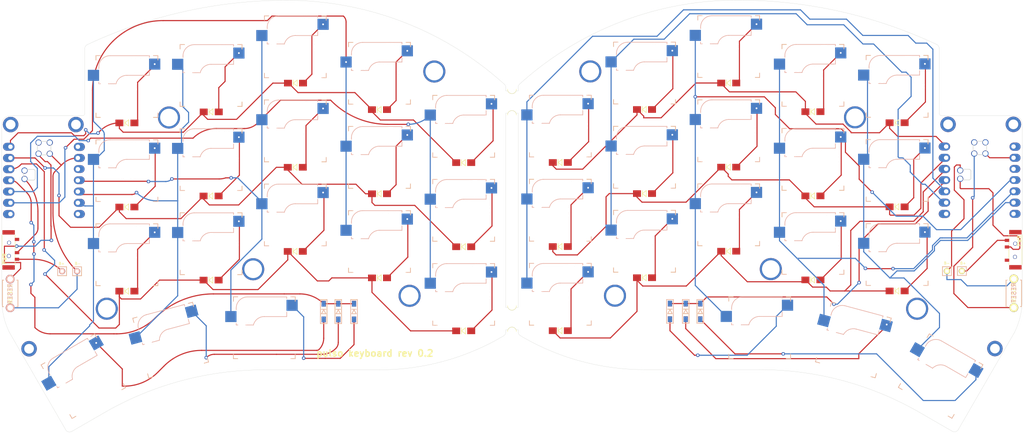
<source format=kicad_pcb>
(kicad_pcb (version 20211014) (generator pcbnew)
  (title_block (title "PUlSO split keyboard") (rev "0.2") (comment 1 "Made by IGOR"))
  (layers (0 "F.Cu" signal) (31 "B.Cu" signal) (34 "B.Paste" user) (35 "F.Paste" user) (36 "B.SilkS" user "B.Silkscreen") (37 "F.SilkS" user "F.Silkscreen") (38 "B.Mask" user) (39 "F.Mask" user) (44 "Edge.Cuts" user))
  (net 0 "")
  (net 1 "ROW0_L")
  (net 2 "Net-(DL1-Pad2)")
  (net 3 "Net-(DL2-Pad2)")
  (net 4 "Net-(DL3-Pad2)")
  (net 5 "Net-(DL4-Pad2)")
  (net 6 "Net-(DL5-Pad2)")
  (net 7 "ROW1_L")
  (net 8 "Net-(DL6-Pad2)")
  (net 9 "Net-(DL7-Pad2)")
  (net 10 "Net-(DL8-Pad2)")
  (net 11 "Net-(DL9-Pad2)")
  (net 12 "Net-(DL10-Pad2)")
  (net 13 "ROW2_L")
  (net 14 "Net-(DL11-Pad2)")
  (net 15 "Net-(DL12-Pad2)")
  (net 16 "Net-(DL13-Pad2)")
  (net 17 "Net-(DL14-Pad2)")
  (net 18 "Net-(DL15-Pad2)")
  (net 19 "ROW3_L")
  (net 20 "Net-(DL18-Pad2)")
  (net 21 "Net-(DL19-Pad2)")
  (net 22 "ROW0_R")
  (net 23 "Net-(DR1-Pad2)")
  (net 24 "Net-(DR2-Pad2)")
  (net 25 "Net-(DR3-Pad2)")
  (net 26 "Net-(DR4-Pad2)")
  (net 27 "Net-(DR5-Pad2)")
  (net 28 "ROW1_R")
  (net 29 "Net-(DR6-Pad2)")
  (net 30 "Net-(DR7-Pad2)")
  (net 31 "Net-(DR8-Pad2)")
  (net 32 "Net-(DR9-Pad2)")
  (net 33 "Net-(DR10-Pad2)")
  (net 34 "ROW2_R")
  (net 35 "Net-(DR11-Pad2)")
  (net 36 "Net-(DR12-Pad2)")
  (net 37 "Net-(DR13-Pad2)")
  (net 38 "Net-(DR14-Pad2)")
  (net 39 "Net-(DR15-Pad2)")
  (net 40 "ROW3_R")
  (net 41 "Net-(DR18-Pad2)")
  (net 42 "Net-(DR19-Pad2)")
  (net 43 "VBAT_L")
  (net 44 "VBAT_R")
  (net 46 "BAT+_L")
  (net 47 "RESET_L")
  (net 48 "GND_L")
  (net 49 "RESET_R")
  (net 50 "COL0_L")
  (net 51 "COL1_L")
  (net 52 "COL2_L")
  (net 53 "COL3_L")
  (net 54 "COL4_L")
  (net 55 "COL0_R")
  (net 56 "COL1_R")
  (net 57 "COL2_R")
  (net 58 "COL3_R")
  (net 59 "COL4_R")
  (net 60 "VCC_L")
  (net 63 "RX_L")
  (net 64 "TX_L")
  (net 66 "BAT+_R")
  (net 67 "RX_R")
  (net 68 "TX_R")
  (net 69 "VCC_R")
  (net 70 "GND_R")
  (net 71 "Net-(DL17-pad2)")
  (net 72 "Net-(DR17-Pad2)")
  (footprint "kbd:1pin_conn" (layer "F.Cu") (at 243.223449 100.103917)
    (fp_text reference "Bat+r1" hide)
    (fp_text value "MountingHole_Pad" hide)
  )
  (footprint "swoop:MX_socket_reversible" (layer "F.Cu") (at 193.854995 68.299298)
    (fp_text reference "SW1" hide)
    (fp_text value "MX" hide)
  )
  (footprint "kbd:ResetSW" (layer "F.Cu") (at 258.359798 105.122553 90)
    (fp_text reference "RSW1" hide)
    (fp_text value "SW_PUSH" hide)
  )
  (footprint "TOTEMlib:Diode_SOD123" (layer "F.Cu") (at 212.904449 83.070917)
    (fp_text reference "DL9" hide)
    (fp_text value "D_Small" hide)
  )
  (footprint "TOTEMlib:MSK12C02" (layer "F.Cu") (at 29.637679 91.428527)
    (fp_text reference "PWR")
    (fp_text value "SW_SPDT" hide)
  )
  (footprint "kbd:D3_SMD" (layer "F.Cu") (at 187.426449 109.232917 -90)
    (fp_text reference "D18" hide)
    (fp_text value "D" hide)
  )
  (footprint "TOTEMlib:Diode_SOD123" (layer "F.Cu") (at 114.845128 101.640406)
    (fp_text reference "DL12" hide)
    (fp_text value "D_Small" hide)
  )
  (footprint "swoop:MX_socket_reversible" (layer "F.Cu") (at 133.89513 105.380403)
    (fp_text reference "SW1" hide)
    (fp_text value "MX" hide)
  )
  (footprint "swoop:MX_socket_reversible" (layer "F.Cu") (at 212.905 55.749299)
    (fp_text reference "SW1" hide)
    (fp_text value "MX" hide)
  )
  (footprint "" (layer "F.Cu") (at 168.122449 105.676917)
    (fp_text reference "")
    (fp_text value "")
  )
  (footprint "swoop:MX_socket_reversible" (layer "F.Cu") (at 231.955001 96.339295)
    (fp_text reference "SW1" hide)
    (fp_text value "MX" hide)
  )
  (footprint "TOTEMlib:Diode_SOD123" (layer "F.Cu") (at 95.795131 95.639901)
    (fp_text reference "DL13" hide)
    (fp_text value "D_Small" hide)
  )
  (footprint "swoop:MX_socket_reversible" (layer "F.Cu") (at 57.695128 77.329906)
    (fp_text reference "SW1" hide)
    (fp_text value "MX" hide)
  )
  (footprint "TOTEMlib:Diode_SOD123" (layer "F.Cu") (at 95.79513 76.589908)
    (fp_text reference "DL8" hide)
    (fp_text value "D_Small" hide)
  )
  (footprint "TOTEMlib:xiao-ble-smd-cutout" (layer "F.Cu") (at 250.672449 79.514917)
    (fp_text reference "U2" hide)
    (fp_text value "xiao-ble" hide)
    (fp_line (start -0.8382 -8.826) (end 0.8382 -8.826) (layer "Edge.Cuts") (width 0.12))
    (fp_line (start -1.524 -6.4638) (end -1.524 -8.1402) (layer "Edge.Cuts") (width 0.12))
    (fp_line (start -2.413 -0.063) (end -4.0132 -0.063) (layer "Edge.Cuts") (width 0.12))
    (fp_line (start -4.699 -0.7488) (end -4.699 -1.7902) (layer "Edge.Cuts") (width 0.12))
    (fp_line (start -4.0132 -2.476) (end -2.413 -2.476) (layer "Edge.Cuts") (width 0.12))
    (fp_line (start -2.032 -2.095) (end -2.032 -0.444) (layer "Edge.Cuts") (width 0.12))
    (fp_line (start -0.8382 -5.778) (end 0.8382 -5.778) (layer "Edge.Cuts") (width 0.12))
    (fp_line (start 1.524 -6.4638) (end 1.524 -8.1402) (layer "Edge.Cuts") (width 0.12))
    (fp_arc (start -0.8382 -8.826) (mid -0.920391 -8.222391) (end -1.524 -8.1402) (layer "Edge.Cuts") (width 0.12))
    (fp_arc (start -4.699 -0.7488) (mid -4.095391 -0.666609) (end -4.0132 -0.063) (layer "Edge.Cuts") (width 0.12))
    (fp_arc (start -2.032 -0.444) (mid -2.143592 -0.174592) (end -2.413 -0.063) (layer "Edge.Cuts") (width 0.12))
    (fp_arc (start 0.8382 -5.778) (mid 0.920391 -6.381609) (end 1.524 -6.4638) (layer "Edge.Cuts") (width 0.12))
    (fp_arc (start -2.413 -2.476) (mid -2.143592 -2.364408) (end -2.032 -2.095) (layer "Edge.Cuts") (width 0.12))
    (fp_arc (start -4.0132 -2.476) (mid -4.095391 -1.872391) (end -4.699 -1.7902) (layer "Edge.Cuts") (width 0.12))
    (fp_arc (start -1.524 -6.4638) (mid -0.920391 -6.381609) (end -0.8382 -5.778) (layer "Edge.Cuts") (width 0.12))
    (fp_arc (start 1.524 -8.1402) (mid 0.920393 -8.222393) (end 0.8382 -8.826) (layer "Edge.Cuts") (width 0.12))
  )
  (footprint "TOTEMlib:Diode_SOD123" (layer "F.Cu") (at 57.695131 85.589909)
    (fp_text reference "DL10" hide)
    (fp_text value "D_Small" hide)
  )
  (footprint "TOTEMlib:Diode_SOD123" (layer "F.Cu") (at 57.695131 66.53991)
    (fp_text reference "DL5" hide)
    (fp_text value "D_Small" hide)
  )
  (footprint "TOTEMlib:Diode_SOD123" (layer "F.Cu") (at 231.954997 66.4993)
    (fp_text reference "DL5" hide)
    (fp_text value "D_Small" hide)
  )
  (footprint "TOTEMlib:MSK12C02" (layer "F.Cu") (at 260.012449 99.137917 180)
    (fp_text reference "PWR")
    (fp_text value "SW_SPDT" hide)
  )
  (footprint "swoop:MX_socket_reversible" (layer "F.Cu") (at 95.795129 87.379902)
    (fp_text reference "SW1" hide)
    (fp_text value "MX" hide)
  )
  (footprint "swoop:MX_socket_reversible" (layer "F.Cu") (at 212.904995 93.839293)
    (fp_text reference "SW1" hide)
    (fp_text value "MX" hide)
  )
  (footprint "kbd:D3_SMD" (layer "F.Cu") (at 184.124449 109.232917 -90)
    (fp_text reference "D17" hide)
    (fp_text value "D" hide)
  )
  (footprint "TOTEMlib:Diode_SOD123" (layer "F.Cu") (at 76.745129 83.0899)
    (fp_text reference "DL9" hide)
    (fp_text value "D_Small" hide)
  )
  (footprint "Duckyb-Parts:mouse-bite-5mm-slot-with-space-for-track" (layer "F.Cu") (at 144.816735 110.87)
    (fp_text reference "mouse-bite-2mm-slot2" hide)
    (fp_text value "VAL**" hide)
  )
  (footprint "TOTEMlib:Diode_SOD123" (layer "F.Cu") (at 133.895133 75.540407)
    (fp_text reference "DL1" hide)
    (fp_text value "D_Small" hide)
  )
  (footprint "TOTEMlib:Diode_SOD123" (layer "F.Cu") (at 174.804449 82.549794)
    (fp_text reference "DL7" hide)
    (fp_text value "D_Small" hide)
  )
  (footprint "swoop:MX_socket_reversible" (layer "F.Cu") (at 212.904999 74.799291)
    (fp_text reference "SW1" hide)
    (fp_text value "MX" hide)
  )
  (footprint "TOTEMlib:Diode_SOD123" (layer "F.Cu") (at 193.854998 76.549298)
    (fp_text reference "DL8" hide)
    (fp_text value "D_Small" hide)
  )
  (footprint "" (layer "F.Cu") (at 162.534449 54.876917)
    (fp_text reference "")
    (fp_text value "")
  )
  (footprint "TOTEMlib:Diode_SOD123" (layer "F.Cu") (at 212.904995 102.099294)
    (fp_text reference "DL14" hide)
    (fp_text value "D_Small" hide)
  )
  (footprint "swoop:MX_socket_reversible" (layer "F.Cu") (at 76.745128 55.789909)
    (fp_text reference "SW1" hide)
    (fp_text value "MX" hide)
  )
  (footprint "" (layer "F.Cu") (at 236.48281 108.628641)
    (fp_text reference "")
    (fp_text value "")
  )
  (footprint "swoop:MX_socket_reversible" (layer "F.Cu") (at 133.895128 86.3404)
    (fp_text reference "SW1" hide)
    (fp_text value "MX" hide)
  )
  (footprint "swoop:MX_socket_reversible" (layer "F.Cu") (at 76.745129 74.839901)
    (fp_text reference "SW1" hide)
    (fp_text value "MX" hide)
  )
  (footprint "TOTEMlib:Diode_SOD123" (layer "F.Cu") (at 57.695127 104.639903)
    (fp_text reference "DL15" hide)
    (fp_text value "D_Small" hide)
  )
  (footprint "swoop:MX_socket_reversible" (layer "F.Cu") (at 241.804962 123.869685 -30)
    (fp_text reference "SW18" hide)
    (fp_text value "MX" hide)
  )
  (footprint "swoop:MX_socket_reversible" (layer "F.Cu") (at 88.783003 112.930386)
    (fp_text reference "SW1" hide)
    (fp_text value "MX" hide)
  )
  (footprint "swoop:MX_socket_reversible" (layer "F.Cu") (at 155.754991 67.249796)
    (fp_text reference "SW1" hide)
    (fp_text value "MX" hide)
  )
  (footprint "TOTEMlib:Diode_SOD123" (layer "F.Cu") (at 133.895128 94.590398)
    (fp_text reference "DL6" hide)
    (fp_text value "D_Small" hide)
  )
  (footprint "TOTEMlib:Diode_SOD123" (layer "F.Cu") (at 174.805 101.599796)
    (fp_text reference "DL12" hide)
    (fp_text value "D_Small" hide)
  )
  (footprint "swoop:MX_socket_reversible" (layer "F.Cu") (at 231.954998 58.239294)
    (fp_text reference "SW1" hide)
    (fp_text value "MX" hide)
  )
  (footprint "swoop:MX_socket_reversible" (layer "F.Cu") (at 174.804998 93.339797)
    (fp_text reference "SW1" hide)
    (fp_text value "MX" hide)
  )
  (footprint "swoop:MX_socket_reversible" (layer "F.Cu") (at 193.854999 87.349292)
    (fp_text reference "SW1" hide)
    (fp_text value "MX" hide)
  )
  (footprint "kbd:D3_SMD" (layer "F.Cu") (at 102.223679 109.273527 -90)
    (fp_text reference "D18" hide)
    (fp_text value "D" hide)
  )
  (footprint "swoop:MX_socket_reversible" (layer "F.Cu") (at 95.795133 68.339908)
    (fp_text reference "SW1" hide)
    (fp_text value "MX" hide)
  )
  (footprint "TOTEMlib:Diode_SOD123" (layer "F.Cu") (at 193.854999 57.499296)
    (fp_text reference "DL3" hide)
    (fp_text value "D_Small" hide)
  )
  (footprint "swoop:MX_socket_reversible" (layer "F.Cu") (at 114.845129 74.340403)
    (fp_text reference "SW1" hide)
    (fp_text value "MX" hide)
  )
  (footprint "swoop:MX_socket_reversible" (layer "F.Cu") (at 222.058039 115.689995 -15)
    (fp_text reference "SW17" hide)
    (fp_text value "MX" hide)
  )
  (footprint "kbd:D3_SMD" (layer "F.Cu") (at 180.568449 109.232917 -90)
    (fp_text reference "D16" hide)
    (fp_text value "D" hide)
  )
  (footprint "swoop:M2_hole_3.5mm" (layer "F.Cu") (at 254.083332 117.651122)
    (fp_text reference "Ref**" hide)
    (fp_text value "Val**" hide)
  )
  (footprint "swoop:MX_socket_reversible" (layer "F.Cu") (at 114.84513 93.390407)
    (fp_text reference "SW1" hide)
    (fp_text value "MX" hide)
  )
  (footprint "kbd:D3_SMD" (layer "F.Cu") (at 109.081679 109.273527 -90)
    (fp_text reference "D16" hide)
    (fp_text value "D" hide)
  )
  (footprint "swoop:MX_socket_reversible" (layer "F.Cu") (at 200.867125 112.899776)
    (fp_text reference "SW1" hide)
    (fp_text value "MX" hide)
  )
  (footprint "TOTEMlib:Diode_SOD123" (layer "F.Cu") (at 193.854997 95.599291)
    (fp_text reference "DL13" hide)
    (fp_text value "D_Small" hide)
  )
  (footprint "TOTEMlib:Diode_SOD123" (layer "F.Cu") (at 114.838349 63.533017)
    (fp_text reference "DL2" hide)
    (fp_text value "D_Small" hide)
  )
  (footprint "" (layer "F.Cu") (at 222.429999 65.274291)
    (fp_text reference "")
    (fp_text value "")
  )
  (footprint "TOTEMlib:xiao-ble-smd-cutout" (layer "F.Cu") (at 38.977679 79.555527)
    (fp_text reference "U2" hide)
    (fp_text value "xiao-ble" hide)
    (fp_line (start -0.8382 -8.826) (end 0.8382 -8.826) (layer "Edge.Cuts") (width 0.12))
    (fp_line (start -4.699 -0.7488) (end -4.699 -1.7902) (layer "Edge.Cuts") (width 0.12))
    (fp_line (start -2.413 -0.063) (end -4.0132 -0.063) (layer "Edge.Cuts") (width 0.12))
    (fp_line (start 1.524 -6.4638) (end 1.524 -8.1402) (layer "Edge.Cuts") (width 0.12))
    (fp_line (start -1.524 -6.4638) (end -1.524 -8.1402) (layer "Edge.Cuts") (width 0.12))
    (fp_line (start -2.032 -2.095) (end -2.032 -0.444) (layer "Edge.Cuts") (width 0.12))
    (fp_line (start -0.8382 -5.778) (end 0.8382 -5.778) (layer "Edge.Cuts") (width 0.12))
    (fp_line (start -4.0132 -2.476) (end -2.413 -2.476) (layer "Edge.Cuts") (width 0.12))
    (fp_arc (start -4.699 -0.7488) (mid -4.095391 -0.666609) (end -4.0132 -0.063) (layer "Edge.Cuts") (width 0.12))
    (fp_arc (start -2.032 -0.444) (mid -2.143592 -0.174592) (end -2.413 -0.063) (layer "Edge.Cuts") (width 0.12))
    (fp_arc (start -2.413 -2.476) (mid -2.143592 -2.364408) (end -2.032 -2.095) (layer "Edge.Cuts") (width 0.12))
    (fp_arc (start -1.524 -6.4638) (mid -0.920391 -6.381609) (end -0.8382 -5.778) (layer "Edge.Cuts") (width 0.12))
    (fp_arc (start -0.8382 -8.826) (mid -0.920391 -8.222391) (end -1.524 -8.1402) (layer "Edge.Cuts") (width 0.12))
    (fp_arc (start 0.8382 -5.778) (mid 0.920391 -6.381609) (end 1.524 -6.4638) (layer "Edge.Cuts") (width 0.12))
    (fp_arc (start -4.0132 -2.476) (mid -4.095391 -1.872391) (end -4.699 -1.7902) (layer "Edge.Cuts") (width 0.12))
    (fp_arc (start 1.524 -8.1402) (mid 0.920393 -8.222393) (end 0.8382 -8.826) (layer "Edge.Cuts") (width 0.12))
  )
  (footprint "TOTEMlib:Diode_SOD123" (layer "F.Cu") (at 155.754995 75.499797)
    (fp_text reference "DL1" hide)
    (fp_text value "D_Small" hide)
  )
  (footprint "swoop:M2_hole_3.5mm" (layer "F.Cu") (at 258.260774 66.869377)
    (fp_text reference "Ref**" hide)
    (fp_text value "Val**" hide)
  )
  (footprint "swoop:MX_socket_reversible" (layer "F.Cu") (at 95.795137 49.279905)
    (fp_text reference "SW1" hide)
    (fp_text value "MX" hide)
  )
  (footprint "swoop:MX_socket_reversible" (layer "F.Cu") (at 174.804999 74.299793)
    (fp_text reference "SW1" hide)
    (fp_text value "MX" hide)
  )
  (footprint "" (layer "F.Cu") (at 203.379493 99.649237)
    (fp_text reference "")
    (fp_text value "")
  )
  (footprint "TOTEMlib:Diode_SOD123" (layer "F.Cu") (at 174.804995 63.499798)
    (fp_text reference "DL2" hide)
    (fp_text value "D_Small" hide)
  )
  (footprint "TOTEMlib:Diode_SOD123" (layer "F.Cu") (at 231.954997 85.549299)
    (fp_text reference "DL10" hide)
    (fp_text value "D_Small" hide)
  )
  (footprint "TOTEMlib:Diode_SOD123" (layer "F.Cu") (at 231.955001 104.599293)
    (fp_text reference "DL15" hide)
    (fp_text value "D_Small" hide)
  )
  (footprint "swoop:MX_socket_reversible" (layer "F.Cu") (at 114.845134 55.280408)
    (fp_text reference "SW1" hide)
    (fp_text value "MX" hide)
  )
  (footprint "TOTEMlib:Diode_SOD123" (layer "F.Cu") (at 76.780349 64.045017)
    (fp_text reference "DL4" hide)
    (fp_text value "D_Small" hide)
  )
  (footprint "swoop:MX_socket_reversible" (layer "F.Cu") (at 57.695127 96.389905)
    (fp_text reference "SW1" hide)
    (fp_text value "MX" hide)
  )
  (footprint "TOTEMlib:Diode_SOD123" (layer "F.Cu") (at 76.745133 102.139904)
    (fp_text reference "DL14" hide)
    (fp_text value "D_Small" hide)
  )
  (footprint "TOTEMlib:Diode_SOD123" (layer "F.Cu") (at 155.755 94.549788)
    (fp_text reference "DL6" hide)
    (fp_text value "D_Small" hide)
  )
  (footprint "swoop:MX_socket_reversible" (layer "F.Cu") (at 57.69513 58.289904)
    (fp_text reference "SW1" hide)
    (fp_text value "MX" hide)
  )
  (footprint "swoop:MX_socket_reversible" (layer "F.Cu") (at 231.955 77.299296)
    (fp_text reference "SW1" hide)
    (fp_text value "MX" hide)
  )
  (footprint "swoop:MX_socket_reversible" (layer "F.Cu") (at 76.745133 93.889903)
    (fp_text reference "SW1" hide)
    (fp_text value "MX" hide)
  )
  (footprint "TOTEMlib:Diode_SOD123" (layer "F.Cu") (at 133.895132 113.640403)
    (fp_text reference "DL11" hide)
    (fp_text value "D_Small" hide)
  )
  (footprint "Duckyb-Parts:mouse-bite-5mm-slot-with-space-for-track" (layer "F.Cu") (at 144.811735 61.825202)
    (fp_text reference "mouse-bite-2mm-slot2" hide)
    (fp_text value "VAL**" hide)
  )
  (footprint "TOTEMlib:Diode_SOD123" (layer "F.Cu") (at 212.905004 63.999297)
    (fp_text reference "DL4" hide)
    (fp_text value "D_Small" hide)
  )
  (footprint "TOTEMlib:Diode_SOD123" (layer "F.Cu") (at 95.838349 57.523017)
    (fp_text reference "DL3" hide)
    (fp_text value "D_Small" hide)
  )
  (footprint "swoop:MX_socket_reversible" (layer "F.Cu") (at 155.755 86.29979)
    (fp_text reference "SW1" hide)
    (fp_text value "MX" hide)
  )
  (footprint "kbd:1pin_conn" (layer "F.Cu") (at 246.608449 100.088917)
    (fp_text reference "BatGND1" hide)
    (fp_text value "MountingHole_Pad" hide)
  )
  (footprint "swoop:MX_socket_reversible" (layer "F.Cu") (at 174.804994 55.239798)
    (fp_text reference "SW1" hide)
    (fp_text value "MX" hide)
  )
  (footprint "swoop:MX_socket_reversible" (layer "F.Cu") (at 193.854991 49.239295)
    (fp_text reference "SW1" hide)
    (fp_text value "MX" hide)
  )
  (footprint "swoop:MX_socket_reversible" (layer "F.Cu") (at 133.895137 67.290406)
    (fp_text reference "SW1" hide)
    (fp_text value "MX" hide)
  )
  (footprint "TOTEMlib:Diode_SOD123" (layer "F.Cu") (at 114.84513 82.590404)
    (fp_text reference "DL7" hide)
    (fp_text value "D_Small" hide)
  )
  (footprint "TOTEMlib:Diode_SOD123" (layer "F.Cu") (at 155.754996 113.599793)
    (fp_text reference "DL11" hide)
    (fp_text value "D_Small" hide)
  )
  (footprint "swoop:MX_socket_reversible" (layer "F.Cu") (at 155.754998 105.349793)
    (fp_text reference "SW1" hide)
    (fp_text value "MX" hide)
  )
  (footprint "kbd:D3_SMD" (layer "F.Cu") (at 105.525679 109.273527 -90)
    (fp_text reference "D17" hide)
    (fp_text value "D" hide)
  )
  (footprint "swoop:M2_hole_3.5mm" (layer "F.Cu") (at 243.479449 66.869832)
    (fp_text reference "Ref**" hide)
    (fp_text value "Val**" hide)
  )
  (footprint "swoop:M2_hole_3.5mm" (layer "B.Cu") (at 31.389354 66.909987 180)
    (fp_text reference "Ref**" hide)
    (fp_text value "Val**" hide)
  )
  (footprint "" (layer "B.Cu") (at 86.270635 99.689847 180)
    (fp_text reference "")
    (fp_text value "")
  )
  (footprint "kbd:1pin_conn" (layer "B.Cu") (at 43.041679 100.129527 180)
    (fp_text reference "BatGND1" hide)
    (fp_text value "MountingHole_Pad" hide)
  )
  (footprint "swoop:MX_socket_reversible" (layer "B.Cu") (at 67.592089 115.730605 -165)
    (fp_text reference "SW17" hide)
    (fp_text value "MX" hide)
  )
  (footprint "swoop:MX_socket_reversible" (layer "B.Cu") (at 47.845166 123.910295 -150)
    (fp_text reference "SW18" hide)
    (fp_text value "MX" hide)
  )
  (footprint "kbd:1pin_conn" (layer "B.Cu") (at 46.426679 100.144527 180)
    (fp_text reference "Bat+r1" hide)
    (fp_text value "MountingHole_Pad" hide)
  )
  (footprint "kbd:ResetSW" (layer "B.Cu") (at 31.29033 105.163163 -90)
    (fp_text reference "RSW1" hide)
    (fp_text value "SW_PUSH" hide)
  )
  (footprint "" (layer "B.Cu") (at 127.248349 54.901017 180)
    (fp_text reference "")
    (fp_text value "")
  )
  (footprint "swoop:M2_hole_3.5mm" (layer "B.Cu") (at 46.170679 66.910442 180)
    (fp_text reference "Ref**" hide)
    (fp_text value "Val**" hide)
  )
  (footprint "" (layer "B.Cu") (at 53.15 108.624798 180)
    (fp_text reference "")
    (fp_text value "")
  )
  (footprint "swoop:M2_hole_3.5mm" (layer "B.Cu") (at 35.566796 117.691732 180)
    (fp_text reference "Ref**" hide)
    (fp_text value "Val**" hide)
  )
  (footprint "" (layer "B.Cu") (at 121.660349 105.701017 180)
    (fp_text reference "")
    (fp_text value "")
  )
  (footprint "" (layer "B.Cu") (at 67.220129 65.314901 180)
    (fp_text reference "")
    (fp_text value "")
  )
  (gr_line (start 52.607402 132.158297) (end 45.224715 136.420698) (layer "Edge.Cuts") (width 0.05))
  (gr_arc (start 143.872986 64.375202) (mid 144.825505 63.730317) (end 145.777984 64.375203) (layer "Edge.Cuts") (width 0.05))
  (gr_line (start 143.419732 58.515656) (end 143.42 59.28) (layer "Edge.Cuts") (width 0.05))
  (gr_line (start 143.872986 64.375202) (end 143.42 64.359798) (layer "Edge.Cuts") (width 0.05))
  (gr_arc (start 48.745934 48.809) (mid 70.717569 41.306129) (end 93.795391 38.764482) (layer "Edge.Cuts") (width 0.05))
  (gr_arc (start 146.703791 114.724301) (mid 146.356764 114.361117) (end 146.23039 113.874945) (layer "Edge.Cuts") (width 0.05))
  (gr_arc (start 48.170676 49.714575) (mid 48.326643 49.178151) (end 48.745934 48.809) (layer "Edge.Cuts") (width 0.05))
  (gr_arc (start 174.805304 122.425291) (mid 160.236505 120.465172) (end 146.703791 114.724301) (layer "Edge.Cuts") (width 0.05))
  (gr_arc (start 146.554196 57.73839) (mid 169.434595 43.642235) (end 195.854737 38.723872) (layer "Edge.Cuts") (width 0.05))
  (gr_line (start 146.23 64.36) (end 146.23 108.324798) (layer "Edge.Cuts") (width 0.05))
  (gr_arc (start 195.854737 38.723872) (mid 218.932559 41.265518) (end 240.904194 48.76839) (layer "Edge.Cuts") (width 0.05))
  (gr_line (start 31.389407 64.909813) (end 46.170733 64.910264) (layer "Edge.Cuts") (width 0.05))
  (gr_line (start 31.136428 114.018876) (end 43.858684 136.054664) (layer "Edge.Cuts") (width 0.05))
  (gr_line (start 114.844824 122.465901) (end 88.782943 122.46556) (layer "Edge.Cuts") (width 0.05))
  (gr_arc (start 145.782984 108.34) (mid 144.830485 108.984798) (end 143.877986 108.339999) (layer "Edge.Cuts") (width 0.05))
  (gr_arc (start 241.979456 64.869829) (mid 241.625924 64.723359) (end 241.479452 64.369828) (layer "Edge.Cuts") (width 0.05))
  (gr_line (start 143.42 108.324798) (end 143.42 64.359798) (layer "Edge.Cuts") (width 0.05))
  (gr_arc (start 48.170676 64.410438) (mid 48.024204 64.763984) (end 47.670672 64.910439) (layer "Edge.Cuts") (width 0.05))
  (gr_arc (start 52.607402 132.158297) (mid 70.057167 124.930748) (end 88.782943 122.46556) (layer "Edge.Cuts") (width 0.05))
  (gr_line (start 200.867185 122.42495) (end 174.805304 122.425291) (layer "Edge.Cuts") (width 0.05))
  (gr_line (start 48.170676 49.714575) (end 48.170676 64.410438) (layer "Edge.Cuts") (width 0.05))
  (gr_arc (start 245.791444 136.014054) (mid 245.184248 136.48006) (end 244.425413 136.380088) (layer "Edge.Cuts") (width 0.05))
  (gr_line (start 143.877986 113.42) (end 143.42 113.404798) (layer "Edge.Cuts") (width 0.05))
  (gr_line (start 143.419738 113.915555) (end 143.42 113.404798) (layer "Edge.Cuts") (width 0.05))
  (gr_line (start 29.389736 106.694716) (end 29.389421 66.90995) (layer "Edge.Cuts") (width 0.05))
  (gr_line (start 260.260707 66.86934) (end 260.260392 106.654106) (layer "Edge.Cuts") (width 0.05))
  (gr_arc (start 45.224715 136.420698) (mid 44.465862 136.52067) (end 43.858684 136.054664) (layer "Edge.Cuts") (width 0.05))
  (gr_line (start 146.23 59.28) (end 145.777984 59.295202) (layer "Edge.Cuts") (width 0.05))
  (gr_arc (start 240.904194 48.76839) (mid 241.323511 49.137525) (end 241.479452 49.673965) (layer "Edge.Cuts") (width 0.05))
  (gr_line (start 146.230396 58.475046) (end 146.23 59.28) (layer "Edge.Cuts") (width 0.05))
  (gr_arc (start 145.777984 59.295202) (mid 144.825504 59.94) (end 143.872986 59.295201) (layer "Edge.Cuts") (width 0.05))
  (gr_arc (start 143.877986 113.42) (mid 144.830485 112.775115) (end 145.782984 113.420001) (layer "Edge.Cuts") (width 0.05))
  (gr_line (start 244.425413 136.380088) (end 237.042726 132.117687) (layer "Edge.Cuts") (width 0.05))
  (gr_line (start 243.479395 64.869654) (end 258.260721 64.869203) (layer "Edge.Cuts") (width 0.05))
  (gr_line (start 146.23 113.404798) (end 145.782984 113.420001) (layer "Edge.Cuts") (width 0.05))
  (gr_line (start 146.23 108.324798) (end 145.782984 108.34) (layer "Edge.Cuts") (width 0.05))
  (gr_line (start 146.23039 113.874945) (end 146.23 113.404798) (layer "Edge.Cuts") (width 0.05))
  (gr_line (start 241.979456 64.869829) (end 243.479395 64.869654) (layer "Edge.Cuts") (width 0.05))
  (gr_line (start 146.23 64.36) (end 145.777984 64.375203) (layer "Edge.Cuts") (width 0.05))
  (gr_arc (start 143.095932 57.779) (mid 143.335208 58.11332) (end 143.419732 58.515656) (layer "Edge.Cuts") (width 0.05))
  (gr_arc (start 31.136428 114.018876) (mid 29.846814 110.456069) (end 29.389736 106.694716) (layer "Edge.Cuts") (width 0.05))
  (gr_arc (start 143.419738 113.915555) (mid 143.293369 114.401726) (end 142.946337 114.764911) (layer "Edge.Cuts") (width 0.05))
  (gr_line (start 46.170733 64.910264) (end 47.670672 64.910439) (layer "Edge.Cuts") (width 0.05))
  (gr_arc (start 29.389421 66.90995) (mid 29.975195 65.495699) (end 31.389408 64.909814) (layer "Edge.Cuts") (width 0.05))
  (gr_arc (start 142.946337 114.764911) (mid 129.413623 120.505783) (end 114.844824 122.465901) (layer "Edge.Cuts") (width 0.05))
  (gr_arc (start 146.230396 58.475046) (mid 146.314941 58.072718) (end 146.554196 57.73839) (layer "Edge.Cuts") (width 0.05))
  (gr_line (start 241.479452 64.369828) (end 241.479452 49.673965) (layer "Edge.Cuts") (width 0.05))
  (gr_arc (start 93.795391 38.764482) (mid 120.215534 43.682844) (end 143.095932 57.779) (layer "Edge.Cuts") (width 0.05))
  (gr_arc (start 200.867185 122.42495) (mid 219.592961 124.890134) (end 237.042726 132.117687) (layer "Edge.Cuts") (width 0.05))
  (gr_line (start 245.791444 136.014054) (end 258.5137 113.978266) (layer "Edge.Cuts") (width 0.05))
  (gr_line (start 143.872986 59.295201) (end 143.42 59.28) (layer "Edge.Cuts") (width 0.05))
  (gr_arc (start 258.26072 64.869204) (mid 259.675007 65.455031) (end 260.260707 66.86934) (layer "Edge.Cuts") (width 0.05))
  (gr_arc (start 260.260392 106.654106) (mid 259.803318 110.415461) (end 258.5137 113.978266) (layer "Edge.Cuts") (width 0.05))
  (gr_line (start 143.877986 108.339999) (end 143.42 108.324798) (layer "Edge.Cuts") (width 0.05))
  (gr_text "B+" (at 246.862449 98.310917) (layer "F.SilkS") (effects (font (size 0.6 0.6) (thickness 0.1))))
  (gr_text "B-" (at 243.202449 98.310917) (layer "F.SilkS") (effects (font (size 0.6 0.6) (thickness 0.1))))
  (gr_text "B+" (at 42.916679 98.404527) (layer "F.SilkS") (effects (font (size 0.6 0.6) (thickness 0.1))))
  (gr_text "B-" (at 46.576679 98.404527) (layer "F.SilkS") (effects (font (size 0.6 0.6) (thickness 0.1))))
  (gr_text "pulso keyboard rev 0.2 " (at 114.368349 118.713017) (layer "F.SilkS") (effects (font (size 1.5 1.5) (thickness 0.3))))
  (segment (start 219.714735 66.805747) (end 221.564735 68.655747) (width 0.25) (layer "F.Cu") (net 1))
  (segment (start 173.104995 63.499798) (end 174.624735 65.019538) (width 0.25) (layer "F.Cu") (net 1))
  (segment (start 154.054995 75.499797) (end 154.054995 76.226007) (width 0.25) (layer "F.Cu") (net 1))
  (segment (start 174.624735 65.019538) (end 174.624735 65.385747) (width 0.25) (layer "F.Cu") (net 1))
  (segment (start 230.254997 67.766009) (end 232.084735 69.595747) (width 0.25) (layer "F.Cu") (net 1))
  (segment (start 227.98855 68.765747) (end 230.254997 66.4993) (width 0.25) (layer "F.Cu") (net 1))
  (segment (start 211.205004 63.999297) (end 211.205004 64.396016) (width 0.25) (layer "F.Cu") (net 1))
  (segment (start 178.554735 65.385747) (end 186.441186 57.499296) (width 0.25) (layer "F.Cu") (net 1))
  (segment (start 194.014735 59.505747) (end 209.044735 59.505747) (width 0.25) (layer "F.Cu") (net 1))
  (segment (start 211.205004 64.396016) (end 213.614735 66.805747) (width 0.25) (layer "F.Cu") (net 1))
  (segment (start 211.205004 61.666016) (end 211.205004 63.999297) (width 0.25) (layer "F.Cu") (net 1))
  (segment (start 174.624735 65.385747) (end 178.554735 65.385747) (width 0.25) (layer "F.Cu") (net 1))
  (segment (start 221.564735 68.765747) (end 227.98855 68.765747) (width 0.25) (layer "F.Cu") (net 1))
  (segment (start 230.254997 66.4993) (end 230.254997 67.766009) (width 0.25) (layer "F.Cu") (net 1))
  (segment (start 154.844735 77.015747) (end 160.814735 77.015747) (width 0.25) (layer "F.Cu") (net 1))
  (segment (start 240.754735 69.595747) (end 243.052449 71.893461) (width 0.25) (layer "F.Cu") (net 1))
  (segment (start 160.814735 77.015747) (end 173.104995 64.725487) (width 0.25) (layer "F.Cu") (net 1))
  (segment (start 243.052449 71.893461) (end 243.052449 71.894917) (width 0.25) (layer "F.Cu") (net 1))
  (segment (start 213.614735 66.805747) (end 219.714735 66.805747) (width 0.25) (layer "F.Cu") (net 1))
  (segment (start 209.044735 59.505747) (end 211.205004 61.666016) (width 0.25) (layer "F.Cu") (net 1))
  (segment (start 186.441186 57.499296) (end 192.154999 57.499296) (width 0.25) (layer "F.Cu") (net 1))
  (segment (start 192.154999 57.499296) (end 192.154999 57.646011) (width 0.25) (layer "F.Cu") (net 1))
  (segment (start 154.054995 76.226007) (end 154.844735 77.015747) (width 0.25) (layer "F.Cu") (net 1))
  (segment (start 221.564735 68.655747) (end 221.564735 68.765747) (width 0.25) (layer "F.Cu") (net 1))
  (segment (start 232.084735 69.595747) (end 240.754735 69.595747) (width 0.25) (layer "F.Cu") (net 1))
  (segment (start 173.104995 64.725487) (end 173.104995 63.499798) (width 0.25) (layer "F.Cu") (net 1))
  (segment (start 192.154999 57.646011) (end 194.014735 59.505747) (width 0.25) (layer "F.Cu") (net 1))
  (segment (start 162.159992 62.294797) (end 162.044991 62.179796) (width 0.25) (layer "F.Cu") (net 2))
  (segment (start 157.454995 75.499797) (end 162.159992 70.7948) (width 0.25) (layer "F.Cu") (net 2))
  (segment (start 162.159992 70.7948) (end 162.159992 62.294797) (width 0.25) (layer "F.Cu") (net 2))
  (via (at 162.044991 62.179796) (size 0.8) (drill 0.4) (layers "F.Cu" "B.Cu") (net 2))
  (segment (start 181.209995 58.794798) (end 181.209995 50.284799) (width 0.25) (layer "F.Cu") (net 3))
  (segment (start 176.504995 63.499798) (end 181.209995 58.794798) (width 0.25) (layer "F.Cu") (net 3))
  (segment (start 181.209995 50.284799) (end 181.094994 50.169798) (width 0.25) (layer "F.Cu") (net 3))
  (via (at 181.094994 50.169798) (size 0.8) (drill 0.4) (layers "F.Cu" "B.Cu") (net 3))
  (segment (start 196.279992 48.034294) (end 200.144991 44.169295) (width 0.25) (layer "F.Cu") (net 4))
  (segment (start 195.554999 57.499296) (end 196.279992 56.774303) (width 0.25) (layer "F.Cu") (net 4))
  (segment (start 196.279992 56.774303) (end 196.279992 48.034294) (width 0.25) (layer "F.Cu") (net 4))
  (via (at 200.144991 44.169295) (size 0.8) (drill 0.4) (layers "F.Cu" "B.Cu") (net 4))
  (segment (start 215.330001 63.2743) (end 215.330001 54.544298) (width 0.25) (layer "F.Cu") (net 5))
  (segment (start 214.605004 63.999297) (end 215.330001 63.2743) (width 0.25) (layer "F.Cu") (net 5))
  (segment (start 215.330001 54.544298) (end 219.195 50.679299) (width 0.25) (layer "F.Cu") (net 5))
  (via (at 219.195 50.679299) (size 0.8) (drill 0.4) (layers "F.Cu" "B.Cu") (net 5))
  (segment (start 233.654997 66.4993) (end 238.359999 61.794298) (width 0.25) (layer "F.Cu") (net 6))
  (segment (start 238.359999 61.794298) (end 238.359999 53.284295) (width 0.25) (layer "F.Cu") (net 6))
  (segment (start 238.359999 53.284295) (end 238.244998 53.169294) (width 0.25) (layer "F.Cu") (net 6))
  (via (at 238.244998 53.169294) (size 0.8) (drill 0.4) (layers "F.Cu" "B.Cu") (net 6))
  (segment (start 213.198287 85.549299) (end 230.254997 85.549299) (width 0.25) (layer "F.Cu") (net 7))
  (segment (start 237.324735 80.162631) (end 237.324735 85.885747) (width 0.25) (layer "F.Cu") (net 7))
  (segment (start 194.564735 79.445747) (end 207.579279 79.445747) (width 0.25) (layer "F.Cu") (net 7))
  (segment (start 211.204449 83.070917) (end 211.204449 83.555461) (width 0.25) (layer "F.Cu") (net 7))
  (segment (start 174.234735 84.485747) (end 184.218549 84.485747) (width 0.25) (layer "F.Cu") (net 7))
  (segment (start 159.624735 96.435747) (end 166.104735 89.955747) (width 0.25) (layer "F.Cu") (net 7))
  (segment (start 207.579279 79.445747) (end 211.204449 83.070917) (width 0.25) (layer "F.Cu") (net 7))
  (segment (start 237.324735 85.885747) (end 235.774735 87.435747) (width 0.25) (layer "F.Cu") (net 7))
  (segment (start 154.784735 96.435747) (end 159.624735 96.435747) (width 0.25) (layer "F.Cu") (net 7))
  (segment (start 230.444735 87.435747) (end 230.254997 87.246009) (width 0.25) (layer "F.Cu") (net 7))
  (segment (start 235.774735 87.435747) (end 230.444735 87.435747) (width 0.25) (layer "F.Cu") (net 7))
  (segment (start 166.104735 89.955747) (end 166.104735 83.275747) (width 0.25) (layer "F.Cu") (net 7))
  (segment (start 193.744735 78.625747) (end 194.564735 79.445747) (width 0.25) (layer "F.Cu") (net 7))
  (segment (start 166.830688 82.549794) (end 173.104449 82.549794) (width 0.25) (layer "F.Cu") (net 7))
  (segment (start 192.154998 76.549298) (end 193.744735 78.139035) (width 0.25) (layer "F.Cu") (net 7))
  (segment (start 243.052449 74.434917) (end 237.324735 80.162631) (width 0.25) (layer "F.Cu") (net 7))
  (segment (start 173.104449 83.355461) (end 174.234735 84.485747) (width 0.25) (layer "F.Cu") (net 7))
  (segment (start 166.104735 83.275747) (end 166.830688 82.549794) (width 0.25) (layer "F.Cu") (net 7))
  (segment (start 154.055 95.706012) (end 154.784735 96.435747) (width 0.25) (layer "F.Cu") (net 7))
  (segment (start 211.204449 83.555461) (end 213.198287 85.549299) (width 0.25) (layer "F.Cu") (net 7))
  (segment (start 193.744735 78.139035) (end 193.744735 78.625747) (width 0.25) (layer "F.Cu") (net 7))
  (segment (start 173.104449 82.549794) (end 173.104449 83.355461) (width 0.25) (layer "F.Cu") (net 7))
  (segment (start 230.254997 87.246009) (end 230.254997 85.549299) (width 0.25) (layer "F.Cu") (net 7))
  (segment (start 184.218549 84.485747) (end 192.154998 76.549298) (width 0.25) (layer "F.Cu") (net 7))
  (segment (start 154.055 94.549788) (end 154.055 95.706012) (width 0.25) (layer "F.Cu") (net 7))
  (segment (start 158.180001 93.824787) (end 158.180001 85.094789) (width 0.25) (layer "F.Cu") (net 8))
  (segment (start 157.455 94.549788) (end 158.180001 93.824787) (width 0.25) (layer "F.Cu") (net 8))
  (segment (start 158.180001 85.094789) (end 162.045 81.22979) (width 0.25) (layer "F.Cu") (net 8))
  (via (at 162.045 81.22979) (size 0.8) (drill 0.4) (layers "F.Cu" "B.Cu") (net 8))
  (segment (start 176.504449 82.549794) (end 181.21 77.844243) (width 0.25) (layer "F.Cu") (net 9))
  (segment (start 181.21 69.344794) (end 181.094999 69.229793) (width 0.25) (layer "F.Cu") (net 9))
  (segment (start 181.21 77.844243) (end 181.21 69.344794) (width 0.25) (layer "F.Cu") (net 9))
  (via (at 181.094999 69.229793) (size 0.8) (drill 0.4) (layers "F.Cu" "B.Cu") (net 9))
  (segment (start 200.259996 71.8443) (end 200.259996 63.344299) (width 0.25) (layer "F.Cu") (net 10))
  (segment (start 200.259996 63.344299) (end 200.144995 63.229298) (width 0.25) (layer "F.Cu") (net 10))
  (segment (start 195.554998 76.549298) (end 200.259996 71.8443) (width 0.25) (layer "F.Cu") (net 10))
  (via (at 200.144995 63.229298) (size 0.8) (drill 0.4) (layers "F.Cu" "B.Cu") (net 10))
  (segment (start 219.31 69.844292) (end 219.194999 69.729291) (width 0.25) (layer "F.Cu") (net 11))
  (segment (start 219.31 78.365366) (end 219.31 69.844292) (width 0.25) (layer "F.Cu") (net 11))
  (segment (start 214.604449 83.070917) (end 219.31 78.365366) (width 0.25) (layer "F.Cu") (net 11))
  (via (at 219.194999 69.729291) (size 0.8) (drill 0.4) (layers "F.Cu" "B.Cu") (net 11))
  (segment (start 233.654997 85.549299) (end 235.709999 83.494297) (width 0.25) (layer "F.Cu") (net 12))
  (segment (start 235.709999 83.494297) (end 235.709999 74.764297) (width 0.25) (layer "F.Cu") (net 12))
  (segment (start 235.709999 74.764297) (end 238.245 72.229296) (width 0.25) (layer "F.Cu") (net 12))
  (via (at 238.245 72.229296) (size 0.8) (drill 0.4) (layers "F.Cu" "B.Cu") (net 12))
  (segment (start 216.798281 104.599293) (end 220.118281 104.599293) (width 0.25) (layer "F.Cu") (net 13))
  (segment (start 174.394735 103.485747) (end 184.268541 103.485747) (width 0.25) (layer "F.Cu") (net 13))
  (segment (start 220.118281 104.599293) (end 221.464735 103.252839) (width 0.25) (layer "F.Cu") (net 13))
  (segment (start 221.464735 90.905747) (end 223.554735 88.815747) (width 0.25) (layer "F.Cu") (net 13))
  (segment (start 198.064735 102.515747) (end 210.788542 102.515747) (width 0.25) (layer "F.Cu") (net 13))
  (segment (start 220.118281 104.599293) (end 230.255001 104.599293) (width 0.25) (layer "F.Cu") (net 13))
  (segment (start 210.788542 102.515747) (end 211.204995 102.099294) (width 0.25) (layer "F.Cu") (net 13))
  (segment (start 221.464735 103.252839) (end 221.464735 90.905747) (width 0.25) (layer "F.Cu") (net 13))
  (segment (start 211.204995 102.099294) (end 212.831448 103.725747) (width 0.25) (layer "F.Cu") (net 13))
  (segment (start 154.054996 113.599793) (end 155.70095 115.245747) (width 0.25) (layer "F.Cu") (net 13))
  (segment (start 167.084735 115.245747) (end 173.105 109.225482) (width 0.25) (layer "F.Cu") (net 13))
  (segment (start 223.554735 88.815747) (end 235.704735 88.815747) (width 0.25) (layer "F.Cu") (net 13))
  (segment (start 243.052449 76.987861) (end 243.052449 76.974917) (width 0.25) (layer "F.Cu") (net 13))
  (segment (start 192.154997 96.606009) (end 198.064735 102.515747) (width 0.25) (layer "F.Cu") (net 13))
  (segment (start 192.154997 95.599291) (end 192.154997 96.606009) (width 0.25) (layer "F.Cu") (net 13))
  (segment (start 235.704735 88.815747) (end 237.864735 86.655747) (width 0.25) (layer "F.Cu") (net 13))
  (segment (start 173.105 109.225482) (end 173.105 101.599796) (width 0.25) (layer "F.Cu") (net 13))
  (segment (start 237.864735 86.655747) (end 237.864735 82.175575) (width 0.25) (layer "F.Cu") (net 13))
  (segment (start 173.105 101.599796) (end 173.105 102.196012) (width 0.25) (layer "F.Cu") (net 13))
  (segment (start 237.864735 82.175575) (end 243.052449 76.987861) (width 0.25) (layer "F.Cu") (net 13))
  (segment (start 212.831448 103.725747) (end 215.924735 103.725747) (width 0.25) (layer "F.Cu") (net 13))
  (segment (start 173.105 102.196012) (end 174.394735 103.485747) (width 0.25) (layer "F.Cu") (net 13))
  (segment (start 155.70095 115.245747) (end 167.084735 115.245747) (width 0.25) (layer "F.Cu") (net 13))
  (segment (start 215.924735 103.725747) (end 216.798281 104.599293) (width 0.25) (layer "F.Cu") (net 13))
  (segment (start 184.268541 103.485747) (end 192.154997 95.599291) (width 0.25) (layer "F.Cu") (net 13))
  (segment (start 157.454996 113.599793) (end 158.179999 112.87479) (width 0.25) (layer "F.Cu") (net 14))
  (segment (start 158.179999 112.87479) (end 158.179999 104.144792) (width 0.25) (layer "F.Cu") (net 14))
  (segment (start 158.179999 104.144792) (end 162.044998 100.279793) (width 0.25) (layer "F.Cu") (net 14))
  (via (at 162.044998 100.279793) (size 0.8) (drill 0.4) (layers "F.Cu" "B.Cu") (net 14))
  (segment (start 177.229999 92.134796) (end 181.094998 88.269797) (width 0.25) (layer "F.Cu") (net 15))
  (segment (start 176.505 101.599796) (end 177.229999 100.874797) (width 0.25) (layer "F.Cu") (net 15))
  (segment (start 177.229999 100.874797) (end 177.229999 92.134796) (width 0.25) (layer "F.Cu") (net 15))
  (via (at 181.094998 88.269797) (size 0.8) (drill 0.4) (layers "F.Cu" "B.Cu") (net 15))
  (segment (start 195.554997 95.599291) (end 196.28 94.874288) (width 0.25) (layer "F.Cu") (net 16))
  (segment (start 196.28 86.144291) (end 200.144999 82.279292) (width 0.25) (layer "F.Cu") (net 16))
  (segment (start 196.28 94.874288) (end 196.28 86.144291) (width 0.25) (layer "F.Cu") (net 16))
  (via (at 200.144999 82.279292) (size 0.8) (drill 0.4) (layers "F.Cu" "B.Cu") (net 16))
  (segment (start 219.309996 97.394293) (end 219.309996 88.884294) (width 0.25) (layer "F.Cu") (net 17))
  (segment (start 219.309996 88.884294) (end 219.194995 88.769293) (width 0.25) (layer "F.Cu") (net 17))
  (segment (start 214.604995 102.099294) (end 219.309996 97.394293) (width 0.25) (layer "F.Cu") (net 17))
  (via (at 219.194995 88.769293) (size 0.8) (drill 0.4) (layers "F.Cu" "B.Cu") (net 17))
  (segment (start 233.655001 104.599293) (end 238.744374 99.50992) (width 0.25) (layer "F.Cu") (net 18))
  (segment (start 238.744374 91.768668) (end 238.245001 91.269295) (width 0.25) (layer "F.Cu") (net 18))
  (segment (start 238.744374 99.50992) (end 238.744374 91.768668) (width 0.25) (layer "F.Cu") (net 18))
  (via (at 238.245001 91.269295) (size 0.8) (drill 0.4) (layers "F.Cu" "B.Cu") (net 18))
  (segment (start 187.426449 107.457917) (end 184.124449 107.457917) (width 0.25) (layer "F.Cu") (net 19))
  (segment (start 227.666188 89.394294) (end 236.086188 89.394294) (width 0.25) (layer "F.Cu") (net 19))
  (segment (start 238.974735 86.505747) (end 238.974735 83.592631) (width 0.25) (layer "F.Cu") (net 19))
  (segment (start 223.354735 102.705747) (end 223.354735 93.705747) (width 0.25) (layer "F.Cu") (net 19))
  (segment (start 223.354735 93.705747) (end 227.666188 89.394294) (width 0.25) (layer "F.Cu") (net 19))
  (segment (start 216.023763 105.954775) (end 188.929591 105.954775) (width 0.25) (layer "F.Cu") (net 19))
  (segment (start 236.086188 89.394294) (end 238.974735 86.505747) (width 0.25) (layer "F.Cu") (net 19))
  (segment (start 188.929591 105.954775) (end 187.426449 107.457917) (width 0.25) (layer "F.Cu") (net 19))
  (segment (start 217.664735 107.595747) (end 216.023763 105.954775) (width 0.25) (layer "F.Cu") (net 19))
  (segment (start 180.568449 107.457917) (end 184.124449 107.457917) (width 0.25) (layer "F.Cu") (net 19))
  (segment (start 238.974735 83.592631) (end 243.052449 79.514917) (width 0.25) (layer "F.Cu") (net 19))
  (via (at 217.664735 107.595747) (size 0.8) (drill 0.4) (layers "F.Cu" "B.Cu") (net 19))
  (via (at 223.354735 102.705747) (size 0.8) (drill 0.4) (layers "F.Cu" "B.Cu") (net 19))
  (segment (start 218.464735 107.595747) (end 217.664735 107.595747) (width 0.25) (layer "B.Cu") (net 19))
  (segment (start 223.354735 102.705747) (end 218.464735 107.595747) (width 0.25) (layer "B.Cu") (net 19))
  (segment (start 190.934735 119.935747) (end 223.284735 119.935747) (width 0.25) (layer "F.Cu") (net 20))
  (segment (start 184.124449 113.125461) (end 190.934735 119.935747) (width 0.25) (layer "F.Cu") (net 20))
  (segment (start 229.594735 112.501168) (end 229.594735 112.205747) (width 0.25) (layer "F.Cu") (net 20))
  (segment (start 184.124449 111.007917) (end 184.124449 113.125461) (width 0.25) (layer "F.Cu") (net 20))
  (segment (start 223.284735 119.935747) (end 223.284735 118.811168) (width 0.25) (layer "F.Cu") (net 20))
  (segment (start 223.284735 118.811168) (end 229.594735 112.501168) (width 0.25) (layer "F.Cu") (net 20))
  (via (at 229.594735 112.205747) (size 0.8) (drill 0.4) (layers "F.Cu" "B.Cu") (net 20))
  (segment (start 195.264279 118.845747) (end 206.184735 118.845747) (width 0.25) (layer "F.Cu") (net 21))
  (segment (start 187.426449 111.007917) (end 195.264279 118.845747) (width 0.25) (layer "F.Cu") (net 21))
  (via (at 206.184735 118.845747) (size 0.8) (drill 0.4) (layers "F.Cu" "B.Cu") (net 21))
  (segment (start 245.072144 129.415747) (end 249.787262 124.700629) (width 0.25) (layer "B.Cu") (net 21))
  (segment (start 206.184735 118.845747) (end 227.304735 118.845747) (width 0.25) (layer "B.Cu") (net 21))
  (segment (start 227.304735 118.845747) (end 237.874735 129.415747) (width 0.25) (layer "B.Cu") (net 21))
  (segment (start 249.787262 124.700629) (end 249.787262 122.623936) (width 0.25) (layer "B.Cu") (net 21))
  (segment (start 237.874735 129.415747) (end 245.072144 129.415747) (width 0.25) (layer "B.Cu") (net 21))
  (segment (start 75.970635 65.729847) (end 82.510635 65.729847) (width 0.25) (layer "F.Cu") (net 22))
  (segment (start 45.155049 68.779847) (end 33.094951 68.779847) (width 0.25) (layer "F.Cu") (net 22))
  (segment (start 96.410635 59.669847) (end 109.275179 59.669847) (width 0.25) (layer "F.Cu") (net 22))
  (segment (start 55.995131 67.784343) (end 56.850635 68.639847) (width 0.25) (layer "F.Cu") (net 22))
  (segment (start 94.263805 57.523017) (end 96.410635 59.669847) (width 0.25) (layer "F.Cu") (net 22))
  (segment (start 45.8 69.424798) (end 45.155049 68.779847) (width 0.25) (layer "F.Cu") (net 22))
  (segment (start 82.510635 65.729847) (end 90.717465 57.523017) (width 0.25) (layer "F.Cu") (net 22))
  (segment (start 47.97 69.424798) (end 45.8 69.424798) (width 0.25) (layer "F.Cu") (net 22))
  (segment (start 109.275179 59.669847) (end 113.138349 63.533017) (width 0.25) (layer "F.Cu") (net 22))
  (segment (start 48.37 68.114798) (end 48.37 69.024798) (width 0.25) (layer "F.Cu") (net 22))
  (segment (start 94.138349 57.523017) (end 94.263805 57.523017) (width 0.25) (layer "F.Cu") (net 22))
  (segment (start 55.995131 66.53991) (end 55.995131 67.784343) (width 0.25) (layer "F.Cu") (net 22))
  (segment (start 90.717465 57.523017) (end 94.138349 57.523017) (width 0.25) (layer "F.Cu") (net 22))
  (segment (start 75.080349 64.839561) (end 75.970635 65.729847) (width 0.25) (layer "F.Cu") (net 22))
  (segment (start 51.160635 68.829847) (end 51.651296 68.339186) (width 0.25) (layer "F.Cu") (net 22))
  (segment (start 113.138349 63.533017) (end 113.138349 63.987561) (width 0.25) (layer "F.Cu") (net 22))
  (segment (start 31.357679 70.517119) (end 31.357679 71.935527) (width 0.25) (layer "F.Cu") (net 22))
  (segment (start 33.094951 68.779847) (end 31.357679 70.517119) (width 0.25) (layer "F.Cu") (net 22))
  (segment (start 56.850635 68.639847) (end 70.485519 68.639847) (width 0.25) (layer "F.Cu") (net 22))
  (segment (start 113.138349 63.987561) (end 115.030635 65.879847) (width 0.25) (layer "F.Cu") (net 22))
  (segment (start 122.534573 65.879847) (end 132.195133 75.540407) (width 0.25) (layer "F.Cu") (net 22))
  (segment (start 48.37 69.024798) (end 47.97 69.424798) (width 0.25) (layer "F.Cu") (net 22))
  (segment (start 70.485519 68.639847) (end 75.080349 64.045017) (width 0.25) (layer "F.Cu") (net 22))
  (segment (start 115.030635 65.879847) (end 122.534573 65.879847) (width 0.25) (layer "F.Cu") (net 22))
  (segment (start 75.080349 64.045017) (end 75.080349 64.839561) (width 0.25) (layer "F.Cu") (net 22))
  (via (at 48.37 68.114798) (size 0.8) (drill 0.4) (layers "F.Cu" "B.Cu") (net 22))
  (via (at 51.160635 68.829847) (size 0.8) (drill 0.4) (layers "F.Cu" "B.Cu") (net 22))
  (arc (start 51.651296 68.339186) (mid 53.644264 67.007527) (end 55.995131 66.53991) (width 0.25) (layer "F.Cu") (net 22))
  (segment (start 49.24975 68.994548) (end 50.833633 68.994548) (width 0.25) (layer "B.Cu") (net 22))
  (segment (start 48.37 68.114798) (end 49.24975 68.994548) (width 0.25) (layer "B.Cu") (net 22))
  (arc (start 50.833633 68.994548) (mid 51.01025 68.937607) (end 51.160635 68.829847) (width 0.25) (layer "B.Cu") (net 22))
  (segment (start 140.545967 70.589573) (end 140.545967 62.581236) (width 0.25) (layer "F.Cu") (net 23))
  (segment (start 140.545967 62.581236) (end 140.185137 62.220406) (width 0.25) (layer "F.Cu") (net 23))
  (segment (start 135.595133 75.540407) (end 140.545967 70.589573) (width 0.25) (layer "F.Cu") (net 23))
  (via (at 140.185137 62.220406) (size 0.8) (drill 0.4) (layers "F.Cu" "B.Cu") (net 23))
  (segment (start 118.600133 61.471233) (end 118.600133 52.745409) (width 0.25) (layer "F.Cu") (net 24))
  (segment (start 118.600133 52.745409) (end 121.135134 50.210408) (width 0.25) (layer "F.Cu") (net 24))
  (segment (start 116.538349 63.533017) (end 118.600133 61.471233) (width 0.25) (layer "F.Cu") (net 24))
  (via (at 121.135134 50.210408) (size 0.8) (drill 0.4) (layers "F.Cu" "B.Cu") (net 24))
  (segment (start 99.550136 46.744906) (end 102.085137 44.209905) (width 0.25) (layer "F.Cu") (net 25))
  (segment (start 99.550136 55.51123) (end 99.550136 46.744906) (width 0.25) (layer "F.Cu") (net 25))
  (segment (start 97.538349 57.523017) (end 99.550136 55.51123) (width 0.25) (layer "F.Cu") (net 25))
  (via (at 102.085137 44.209905) (size 0.8) (drill 0.4) (layers "F.Cu" "B.Cu") (net 25))
  (segment (start 79.910635 57.129275) (end 79.910635 53.844401) (width 0.25) (layer "F.Cu") (net 26))
  (segment (start 79.910635 53.844401) (end 83.035128 50.719909) (width 0.25) (layer "F.Cu") (net 26))
  (segment (start 78.480349 64.045017) (end 78.480349 58.559561) (width 0.25) (layer "F.Cu") (net 26))
  (segment (start 78.480349 58.559561) (end 79.910635 57.129275) (width 0.25) (layer "F.Cu") (net 26))
  (via (at 83.035128 50.719909) (size 0.8) (drill 0.4) (layers "F.Cu" "B.Cu") (net 26))
  (segment (start 63.98513 53.485352) (end 63.98513 53.219904) (width 0.25) (layer "F.Cu") (net 27))
  (segment (start 59.395131 66.53991) (end 60.120131 65.81491) (width 0.25) (layer "F.Cu") (net 27))
  (segment (start 60.120131 57.350351) (end 63.98513 53.485352) (width 0.25) (layer "F.Cu") (net 27))
  (segment (start 60.120131 65.81491) (end 60.120131 57.350351) (width 0.25) (layer "F.Cu") (net 27))
  (via (at 63.98513 53.219904) (size 0.8) (drill 0.4) (layers "F.Cu" "B.Cu") (net 27))
  (segment (start 42.340635 87.559847) (end 44.960635 90.179847) (width 0.25) (layer "F.Cu") (net 28))
  (segment (start 69.925182 88.209847) (end 75.045129 83.0899) (width 0.25) (layer "F.Cu") (net 28))
  (segment (start 113.800635 85.219847) (end 122.824577 85.219847) (width 0.25) (layer "F.Cu") (net 28))
  (segment (start 113.14513 84.564342) (end 113.800635 85.219847) (width 0.25) (layer "F.Cu") (net 28))
  (segment (start 94.09513 77.204342) (end 97.310635 80.419847) (width 0.25) (layer "F.Cu") (net 28))
  (segment (start 76.350635 85.119847) (end 82.990635 85.119847) (width 0.25) (layer "F.Cu") (net 28))
  (segment (start 91.520574 76.589908) (end 94.09513 76.589908) (width 0.25) (layer "F.Cu") (net 28))
  (segment (start 51.405193 90.179847) (end 55.995131 85.589909) (width 0.25) (layer "F.Cu") (net 28))
  (segment (start 94.09513 76.589908) (end 94.09513 77.204342) (width 0.25) (layer "F.Cu") (net 28))
  (segment (start 109.510635 80.419847) (end 111.681192 82.590404) (width 0.25) (layer "F.Cu") (net 28))
  (segment (start 55.995131 85.589909) (end 55.995131 86.674343) (width 0.25) (layer "F.Cu") (net 28))
  (segment (start 113.14513 82.590404) (end 113.14513 84.564342) (width 0.25) (layer "F.Cu") (net 28))
  (segment (start 122.824577 85.219847) (end 132.195128 94.590398) (width 0.25) (layer "F.Cu") (net 28))
  (segment (start 44.960635 90.179847) (end 51.405193 90.179847) (width 0.25) (layer "F.Cu") (net 28))
  (segment (start 75.045129 83.814341) (end 76.350635 85.119847) (width 0.25) (layer "F.Cu") (net 28))
  (segment (start 31.357679 74.475527) (end 36.916315 74.475527) (width 0.25) (layer "F.Cu") (net 28))
  (segment (start 82.990635 85.119847) (end 91.520574 76.589908) (width 0.25) (layer "F.Cu") (net 28))
  (segment (start 55.995131 86.674343) (end 57.530635 88.209847) (width 0.25) (layer "F.Cu") (net 28))
  (segment (start 57.530635 88.209847) (end 69.925182 88.209847) (width 0.25) (layer "F.Cu") (net 28))
  (segment (start 36.916315 74.475527) (end 39.190635 76.749847) (width 0.25) (layer "F.Cu") (net 28))
  (segment (start 97.310635 80.419847) (end 109.510635 80.419847) (width 0.25) (layer "F.Cu") (net 28))
  (segment (start 111.681192 82.590404) (end 113.14513 82.590404) (width 0.25) (layer "F.Cu") (net 28))
  (segment (start 42.340635 82.969847) (end 42.340635 87.559847) (width 0.25) (layer "F.Cu") (net 28))
  (segment (start 75.045129 83.0899) (end 75.045129 83.814341) (width 0.25) (layer "F.Cu") (net 28))
  (via (at 42.340635 82.969847) (size 0.8) (drill 0.4) (layers "F.Cu" "B.Cu") (net 28))
  (via (at 39.190635 76.749847) (size 0.8) (drill 0.4) (layers "F.Cu" "B.Cu") (net 28))
  (segment (start 41.100635 76.749847) (end 42.340635 77.989847) (width 0.25) (layer "B.Cu") (net 28))
  (segment (start 42.340635 77.989847) (end 42.340635 82.969847) (width 0.25) (layer "B.Cu") (net 28))
  (segment (start 39.190635 76.749847) (end 41.090635 76.749847) (width 0.25) (layer "B.Cu") (net 28))
  (segment (start 41.090635 76.749847) (end 41.100635 76.749847) (width 0.25) (layer "B.Cu") (net 28))
  (segment (start 140.300635 89.884891) (end 140.300635 81.385907) (width 0.25) (layer "F.Cu") (net 29))
  (segment (start 140.300635 81.385907) (end 140.185128 81.2704) (width 0.25) (layer "F.Cu") (net 29))
  (segment (start 135.595128 94.590398) (end 140.300635 89.884891) (width 0.25) (layer "F.Cu") (net 29))
  (via (at 140.185128 81.2704) (size 0.8) (drill 0.4) (layers "F.Cu" "B.Cu") (net 29))
  (segment (start 118.600128 80.535406) (end 118.600128 71.805404) (width 0.25) (layer "F.Cu") (net 30))
  (segment (start 116.54513 82.590404) (end 118.600128 80.535406) (width 0.25) (layer "F.Cu") (net 30))
  (segment (start 118.600128 71.805404) (end 121.135129 69.270403) (width 0.25) (layer "F.Cu") (net 30))
  (via (at 121.135129 69.270403) (size 0.8) (drill 0.4) (layers "F.Cu" "B.Cu") (net 30))
  (segment (start 98.220134 75.864904) (end 98.220134 67.134907) (width 0.25) (layer "F.Cu") (net 31))
  (segment (start 97.49513 76.589908) (end 98.220134 75.864904) (width 0.25) (layer "F.Cu") (net 31))
  (segment (start 98.220134 67.134907) (end 102.085133 63.269908) (width 0.25) (layer "F.Cu") (net 31))
  (via (at 102.085133 63.269908) (size 0.8) (drill 0.4) (layers "F.Cu" "B.Cu") (net 31))
  (segment (start 83.15013 69.884902) (end 83.035129 69.769901) (width 0.25) (layer "F.Cu") (net 32))
  (segment (start 78.445129 83.0899) (end 83.15013 78.384899) (width 0.25) (layer "F.Cu") (net 32))
  (segment (start 83.15013 78.384899) (end 83.15013 69.884902) (width 0.25) (layer "F.Cu") (net 32))
  (via (at 83.035129 69.769901) (size 0.8) (drill 0.4) (layers "F.Cu" "B.Cu") (net 32))
  (segment (start 64.100129 72.374907) (end 63.985128 72.259906) (width 0.25) (layer "F.Cu") (net 33))
  (segment (start 64.100129 80.884911) (end 64.100129 72.374907) (width 0.25) (layer "F.Cu") (net 33))
  (segment (start 59.395131 85.589909) (end 64.100129 80.884911) (width 0.25) (layer "F.Cu") (net 33))
  (via (at 63.985128 72.259906) (size 0.8) (drill 0.4) (layers "F.Cu" "B.Cu") (net 33))
  (segment (start 100.785077 102.329847) (end 103.370635 102.329847) (width 0.25) (layer "F.Cu") (net 34))
  (segment (start 39.010635 77.595152) (end 37.24533 75.829847) (width 0.25) (layer "F.Cu") (net 34))
  (segment (start 51.390153 112.999365) (end 39.170635 100.779847) (width 0.25) (layer "F.Cu") (net 34))
  (segment (start 94.095131 95.639901) (end 100.785077 102.329847) (width 0.25) (layer "F.Cu") (net 34))
  (segment (start 55.995127 105.944339) (end 56.470635 106.419847) (width 0.25) (layer "F.Cu") (net 34))
  (segment (start 55.170635 112.999365) (end 51.390153 112.999365) (width 0.25) (layer "F.Cu") (net 34))
  (segment (start 121.871191 113.640403) (end 132.195132 113.640403) (width 0.25) (layer "F.Cu") (net 34))
  (segment (start 94.095131 97.555351) (end 94.095131 95.639901) (width 0.25) (layer "F.Cu") (net 34))
  (segment (start 65.070578 102.139904) (end 75.045133 102.139904) (width 0.25) (layer "F.Cu") (net 34))
  (segment (start 75.045133 102.139904) (end 77.195076 104.289847) (width 0.25) (layer "F.Cu") (net 34))
  (segment (start 38.970635 95.309847) (end 39.010635 95.269847) (width 0.25) (layer "F.Cu") (net 34))
  (segment (start 103.370635 102.329847) (end 104.060076 101.640406) (width 0.25) (layer "F.Cu") (net 34))
  (segment (start 33.850635 75.829847) (end 33.589338 76.091143) (width 0.25) (layer "F.Cu") (net 34))
  (segment (start 77.195076 104.289847) (end 87.360635 104.289847) (width 0.25) (layer "F.Cu") (net 34))
  (segment (start 87.360635 104.289847) (end 94.095131 97.555351) (width 0.25) (layer "F.Cu") (net 34))
  (segment (start 55.995127 104.639903) (end 55.995127 112.174873) (width 0.25) (layer "F.Cu") (net 34))
  (segment (start 55.995127 112.174873) (end 55.170635 112.999365) (width 0.25) (layer "F.Cu") (net 34))
  (segment (start 113.145128 104.91434) (end 121.871191 113.640403) (width 0.25) (layer "F.Cu") (net 34))
  (segment (start 56.470635 106.419847) (end 60.790635 106.419847) (width 0.25) (layer "F.Cu") (net 34))
  (segment (start 104.060076 101.640406) (end 113.145128 101.640406) (width 0.25) (layer "F.Cu") (net 34))
  (segment (start 37.24533 75.829847) (end 33.850635 75.829847) (width 0.25) (layer "F.Cu") (net 34))
  (segment (start 55.995127 104.639903) (end 55.995127 105.944339) (width 0.25) (layer "F.Cu") (net 34))
  (segment (start 113.145128 101.640406) (end 113.145128 104.91434) (width 0.25) (layer "F.Cu") (net 34))
  (segment (start 39.010635 95.269847) (end 39.010635 77.595152) (width 0.25) (layer "F.Cu") (net 34))
  (segment (start 60.790635 106.419847) (end 65.070578 102.139904) (width 0.25) (layer "F.Cu") (net 34))
  (via (at 38.970635 95.309847) (size 0.8) (drill 0.4) (layers "F.Cu" "B.Cu") (net 34))
  (via (at 39.170635 100.779847) (size 0.8) (drill 0.4) (layers "F.Cu" "B.Cu") (net 34))
  (arc (start 33.589338 76.091143) (mid 32.565444 76.775288) (end 31.357679 77.015527) (width 0.25) (layer "F.Cu") (net 34))
  (segment (start 39.170635 100.779847) (end 41.345635 98.604847) (width 0.25) (layer "B.Cu") (net 34))
  (segment (start 41.345635 97.684847) (end 38.970635 95.309847) (width 0.25) (layer "B.Cu") (net 34))
  (segment (start 41.345635 98.604847) (end 41.345635 97.684847) (width 0.25) (layer "B.Cu") (net 34))
  (segment (start 140.300131 108.935404) (end 140.300131 100.425404) (width 0.25) (layer "F.Cu") (net 35))
  (segment (start 140.300131 100.425404) (end 140.18513 100.310403) (width 0.25) (layer "F.Cu") (net 35))
  (segment (start 135.595132 113.640403) (end 140.300131 108.935404) (width 0.25) (layer "F.Cu") (net 35))
  (via (at 140.18513 100.310403) (size 0.8) (drill 0.4) (layers "F.Cu" "B.Cu") (net 35))
  (segment (start 121.250131 88.435408) (end 121.13513 88.320407) (width 0.25) (layer "F.Cu") (net 36))
  (segment (start 116.545128 101.640406) (end 121.250131 96.935403) (width 0.25) (layer "F.Cu") (net 36))
  (segment (start 121.250131 96.935403) (end 121.250131 88.435408) (width 0.25) (layer "F.Cu") (net 36))
  (via (at 121.13513 88.320407) (size 0.8) (drill 0.4) (layers "F.Cu" "B.Cu") (net 36))
  (segment (start 102.280635 90.854397) (end 102.280635 82.505408) (width 0.25) (layer "F.Cu") (net 37))
  (segment (start 97.495131 95.639901) (end 102.280635 90.854397) (width 0.25) (layer "F.Cu") (net 37))
  (segment (start 102.280635 82.505408) (end 102.085129 82.309902) (width 0.25) (layer "F.Cu") (net 37))
  (via (at 102.085129 82.309902) (size 0.8) (drill 0.4) (layers "F.Cu" "B.Cu") (net 37))
  (segment (start 83.150134 88.934904) (end 83.035133 88.819903) (width 0.25) (layer "F.Cu") (net 38))
  (segment (start 78.445133 102.139904) (end 83.150134 97.434903) (width 0.25) (layer "F.Cu") (net 38))
  (segment (start 83.150134 97.434903) (end 83.150134 88.934904) (width 0.25) (layer "F.Cu") (net 38))
  (via (at 83.035133 88.819903) (size 0.8) (drill 0.4) (layers "F.Cu" "B.Cu") (net 38))
  (segment (start 59.395127 104.639903) (end 60.120128 103.914902) (width 0.25) (layer "F.Cu") (net 39))
  (segment (start 60.120128 95.184904) (end 63.985127 91.319905) (width 0.25) (layer "F.Cu") (net 39))
  (segment (start 60.120128 103.914902) (end 60.120128 95.184904) (width 0.25) (layer "F.Cu") (net 39))
  (via (at 63.985127 91.319905) (size 0.8) (drill 0.4) (layers "F.Cu" "B.Cu") (net 39))
  (segment (start 35.980635 105.139847) (end 35.980635 103.149847) (width 0.25) (layer "F.Cu") (net 40))
  (segment (start 102.223679 107.498527) (end 105.525679 107.498527) (width 0.25) (layer "F.Cu") (net 40))
  (segment (start 36.880635 106.039847) (end 36.420635 105.579847) (width 0.25) (layer "F.Cu") (net 40))
  (segment (start 36.640635 96.199847) (end 36.680635 96.239847) (width 0.25) (layer "F.Cu") (net 40))
  (segment (start 36.420635 105.579847) (end 35.980635 105.139847) (width 0.25) (layer "F.Cu") (net 40))
  (segment (start 93.290635 105.269847) (end 77.258098 105.269847) (width 0.25) (layer "F.Cu") (net 40))
  (segment (start 54.740635 114.309847) (end 40.308818 114.309847) (width 0.25) (layer "F.Cu") (net 40))
  (segment (start 36.640635 93.459847) (end 36.640635 96.199847) (width 0.25) (layer "F.Cu") (net 40))
  (segment (start 35.980635 103.149847) (end 35.980635 102.959847) (width 0.25) (layer "F.Cu") (net 40))
  (segment (start 36.050635 84.772344) (end 36.050635 89.129847) (width 0.25) (layer "F.Cu") (net 40))
  (segment (start 36.880635 112.889847) (end 36.880635 106.039847) (width 0.25) (layer "F.Cu") (net 40))
  (segment (start 32.925888 80.205101) (end 35.030635 82.309847) (width 0.25) (layer "F.Cu") (net 40))
  (segment (start 105.525679 107.498527) (end 109.081679 107.498527) (width 0.25) (layer "F.Cu") (net 40))
  (segment (start 96.84317 105.269847) (end 93.290635 105.269847) (width 0.25) (layer "F.Cu") (net 40))
  (segment (start 55.433609 114.309847) (end 54.740635 114.309847) (width 0.25) (layer "F.Cu") (net 40))
  (via (at 36.640635 93.459847) (size 0.8) (drill 0.4) (layers "F.Cu" "B.Cu") (net 40))
  (via (at 35.980635 103.149847) (size 0.8) (drill 0.4) (layers "F.Cu" "B.Cu") (net 40))
  (via (at 36.050635 89.129847) (size 0.8) (drill 0.4) (layers "F.Cu" "B.Cu") (net 40))
  (via (at 36.680635 96.239847) (size 0.8) (drill 0.4) (layers "F.Cu" "B.Cu") (net 40))
  (arc (start 31.357679 79.555527) (mid 32.206388 79.724346) (end 32.925888 80.205101) (width 0.25) (layer "F.Cu") (net 40))
  (arc (start 40.308818 114.309847) (mid 38.453499 113.940801) (end 36.880635 112.889847) (width 0.25) (layer "F.Cu") (net 40))
  (arc (start 35.030635 82.309847) (mid 35.785545 83.43965) (end 36.050635 84.772344) (width 0.25) (layer "F.Cu") (net 40))
  (arc (start 77.258098 105.269847) (mid 70.137331 106.686256) (end 64.100635 110.719847) (width 0.25) (layer "F.Cu") (net 40))
  (arc (start 64.100635 110.719847) (mid 60.12417 113.376837) (end 55.433609 114.309847) (width 0.25) (layer "F.Cu") (net 40))
  (arc (start 102.223679 107.498527) (mid 99.755081 105.849062) (end 96.84317 105.269847) (width 0.25) (layer "F.Cu") (net 40))
  (segment (start 36.640635 89.719847) (end 36.640635 93.459847) (width 0.25) (layer "B.Cu") (net 40))
  (segment (start 36.680635 96.239847) (end 36.680635 102.449847) (width 0.25) (layer "B.Cu") (net 40))
  (segment (start 36.680635 102.449847) (end 35.980635 103.149847) (width 0.25) (layer "B.Cu") (net 40))
  (segment (start 36.050635 89.129847) (end 36.640635 89.719847) (width 0.25) (layer "B.Cu") (net 40))
  (segment (start 105.525679 111.048527) (end 105.525679 116.251568) (width 0.25) (layer "F.Cu") (net 41))
  (segment (start 91.550635 118.949847) (end 77.485437 118.949847) (width 0.25) (layer "F.Cu") (net 41))
  (segment (start 101.788016 118.949847) (end 91.550635 118.949847) (width 0.25) (layer "F.Cu") (net 41))
  (via (at 75.650635 119.709847) (size 0.8) (drill 0.4) (layers "F.Cu" "B.Cu") (net 41))
  (arc (start 104.950635 117.639847) (mid 103.499613 118.609389) (end 101.788016 118.949847) (width 0.25) (layer "F.Cu") (net 41))
  (arc (start 77.485437 118.949847) (mid 76.49245 119.147364) (end 75.650635 119.709847) (width 0.25) (layer "F.Cu") (net 41))
  (arc (start 105.525679 116.251568) (mid 105.37623 117.002899) (end 104.950635 117.639847) (width 0.25) (layer "F.Cu") (net 41))
  (segment (start 75.650635 112.500474) (end 75.650635 119.709847) (width 0.25) (layer "B.Cu") (net 41))
  (segment (start 72.35555 109.205389) (end 75.650635 112.500474) (width 0.25) (layer "B.Cu") (net 41))
  (segment (start 100.649509 118.059847) (end 74.610635 118.059847) (width 0.25) (layer "F.Cu") (net 42))
  (segment (start 57.152431 126.159847) (end 56.660635 126.159847) (width 0.25) (layer "F.Cu") (net 42))
  (segment (start 66.143386 121.567097) (end 64.660635 123.049847) (width 0.25) (layer "F.Cu") (net 42))
  (segment (start 102.223679 111.048527) (end 102.223679 115.321717) (width 0.25) (layer "F.Cu") (net 42))
  (segment (start 56.660635 126.159847) (end 56.660635 122.277715) (width 0.25) (layer "F.Cu") (net 42))
  (segment (start 56.660635 122.277715) (end 50.757466 116.374546) (width 0.25) (layer "F.Cu") (net 42))
  (via (at 50.757466 116.374546) (size 0.8) (drill 0.4) (layers "F.Cu" "B.Cu") (net 42))
  (arc (start 102.223679 115.321717) (mid 101.9526 116.684519) (end 101.180635 117.839847) (width 0.25) (layer "F.Cu") (net 42))
  (arc (start 101.180635 117.839847) (mid 100.936952 118.002671) (end 100.649509 118.059847) (width 0.25) (layer "F.Cu") (net 42))
  (arc (start 64.660635 123.049847) (mid 61.215842 125.351585) (end 57.152431 126.159847) (width 0.25) (layer "F.Cu") (net 42))
  (arc (start 74.610635 118.059847) (mid 70.028193 118.971351) (end 66.143386 121.567097) (width 0.25) (layer "F.Cu") (net 42))
  (segment (start 246.608449 100.088917) (end 247.691565 100.088917) (width 0.25) (layer "F.Cu") (net 43))
  (segment (start 247.691565 100.088917) (end 254.644735 93.135747) (width 0.25) (layer "F.Cu") (net 43))
  (segment (start 254.644735 93.135747) (end 254.646905 93.137917) (width 0.25) (layer "F.Cu") (net 43))
  (segment (start 254.646905 93.137917) (end 256.812449 93.137917) (width 0.25) (layer "F.Cu") (net 43))
  (segment (start 32.837679 97.428527) (end 36.520889 97.428527) (width 0.25) (layer "F.Cu") (net 44))
  (arc (start 36.520889 97.428527) (mid 40.049915 98.130494) (end 43.041679 100.129527) (width 0.25) (layer "F.Cu") (net 44))
  (segment (start 246.227449 81.308461) (end 246.354735 81.435747) (width 0.25) (layer "F.Cu") (net 46))
  (segment (start 246.354735 81.435747) (end 252.704735 81.435747) (width 0.25) (layer "F.Cu") (net 46))
  (segment (start 259.444735 95.175747) (end 258.204735 95.175747) (width 0.25) (layer "F.Cu") (net 46))
  (segment (start 259.714735 92.735747) (end 259.714735 94.905747) (width 0.25) (layer "F.Cu") (net 46))
  (segment (start 253.644735 82.375747) (end 253.644735 89.695747) (width 0.25) (layer "F.Cu") (net 46))
  (segment (start 252.704735 81.435747) (end 253.644735 82.375747) (width 0.25) (layer "F.Cu") (net 46))
  (segment (start 257.666905 94.637917) (end 256.812449 94.637917) (width 0.25) (layer "F.Cu") (net 46))
  (segment (start 259.714735 94.905747) (end 259.444735 95.175747) (width 0.25) (layer "F.Cu") (net 46))
  (segment (start 246.227449 79.197917) (end 246.227449 81.308461) (width 0.25) (layer "F.Cu") (net 46))
  (segment (start 259.091905 92.112917) (end 259.714735 92.735747) (width 0.25) (layer "F.Cu") (net 46))
  (segment (start 253.644735 89.695747) (end 256.061905 92.112917) (width 0.25) (layer "F.Cu") (net 46))
  (segment (start 258.204735 95.175747) (end 257.666905 94.637917) (width 0.25) (layer "F.Cu") (net 46))
  (segment (start 256.061905 92.112917) (end 259.091905 92.112917) (width 0.25) (layer "F.Cu") (net 46))
  (segment (start 244.794735 105.185747) (end 244.794735 98.985747) (width 0.25) (layer "F.Cu") (net 47))
  (segment (start 249.044735 94.735747) (end 249.044735 83.515747) (width 0.25) (layer "F.Cu") (net 47))
  (segment (start 258.359798 108.372553) (end 247.981541 108.372553) (width 0.25) (layer "F.Cu") (net 47))
  (segment (start 244.794735 98.985747) (end 248.504735 95.275747) (width 0.25) (layer "F.Cu") (net 47))
  (segment (start 248.504735 95.275747) (end 249.044735 94.735747) (width 0.25) (layer "F.Cu") (net 47))
  (segment (start 247.981541 108.372553) (end 244.794735 105.185747) (width 0.25) (layer "F.Cu") (net 47))
  (via (at 249.044735 83.515747) (size 0.8) (drill 0.4) (layers "F.Cu" "B.Cu") (net 47))
  (segment (start 249.402449 83.158033) (end 249.402449 73.482917) (width 0.25) (layer "B.Cu") (net 47))
  (segment (start 249.044735 83.515747) (end 249.402449 83.158033) (width 0.25) (layer "B.Cu") (net 47))
  (segment (start 252.894449 74.434917) (end 258.292449 74.434917) (width 0.25) (layer "F.Cu") (net 48))
  (segment (start 244.277449 99.049917) (end 244.277449 91.043033) (width 0.25) (layer "F.Cu") (net 48))
  (segment (start 246.227449 76.073033) (end 246.227449 77.292917) (width 0.25) (layer "F.Cu") (net 48))
  (segment (start 247.084735 88.235747) (end 247.084735 83.955747) (width 0.25) (layer "F.Cu") (net 48))
  (segment (start 245.367449 76.073033) (end 244.904735 76.535747) (width 0.25) (layer "F.Cu") (net 48))
  (segment (start 247.084735 83.955747) (end 244.904735 81.775747) (width 0.25) (layer "F.Cu") (net 48))
  (segment (start 243.223449 100.103917) (end 244.277449 99.049917) (width 0.25) (layer "F.Cu") (net 48))
  (segment (start 244.277449 91.043033) (end 247.084735 88.235747) (width 0.25) (layer "F.Cu") (net 48))
  (segment (start 244.904735 81.775747) (end 244.904735 76.535747) (width 0.25) (layer "F.Cu") (net 48))
  (segment (start 251.942449 73.482917) (end 252.894449 74.434917) (width 0.25) (layer "F.Cu") (net 48))
  (segment (start 246.227449 76.073033) (end 245.367449 76.073033) (width 0.25) (layer "F.Cu") (net 48))
  (segment (start 247.814735 103.435747) (end 256.796604 103.435747) (width 0.25) (layer "B.Cu") (net 48))
  (segment (start 243.223449 100.103917) (end 243.223449 102.027033) (width 0.25) (layer "B.Cu") (net 48))
  (segment (start 246.406021 102.027033) (end 247.814735 103.435747) (width 0.25) (layer "B.Cu") (net 48))
  (segment (start 243.193449 100.133917) (end 243.223449 100.103917) (width 0.25) (layer "B.Cu") (net 48))
  (segment (start 243.223449 102.027033) (end 246.406021 102.027033) (width 0.25) (layer "B.Cu") (net 48))
  (segment (start 256.796604 103.435747) (end 258.359798 101.872553) (width 0.25) (layer "B.Cu") (net 48))
  (segment (start 29.990635 98.169847) (end 33.650635 98.169847) (width 0.25) (layer "F.Cu") (net 49))
  (segment (start 40.516464 76.085676) (end 39.730635 75.299847) (width 0.25) (layer "F.Cu") (net 49))
  (segment (start 40.620635 93.129847) (end 40.550635 93.059847) (width 0.25) (layer "F.Cu") (net 49))
  (segment (start 33.650635 99.552858) (end 31.29033 101.913163) (width 0.25) (layer "F.Cu") (net 49))
  (segment (start 32.760635 94.459847) (end 29.990635 94.459847) (width 0.25) (layer "F.Cu") (net 49))
  (segment (start 29.990635 94.459847) (end 29.990635 98.169847) (width 0.25) (layer "F.Cu") (net 49))
  (segment (start 39.190635 75.299847) (end 37.707679 73.816891) (width 0.25) (layer "F.Cu") (net 49))
  (segment (start 39.730635 75.299847) (end 39.190635 75.299847) (width 0.25) (layer "F.Cu") (net 49))
  (segment (start 37.707679 73.816891) (end 37.707679 73.523527) (width 0.25) (layer "F.Cu") (net 49))
  (segment (start 40.516464 89.885676) (end 40.516464 76.085676) (width 0.25) (layer "F.Cu") (net 49))
  (segment (start 40.550635 89.919847) (end 40.516464 89.885676) (width 0.25) (layer "F.Cu") (net 49))
  (segment (start 40.550635 93.059847) (end 40.550635 89.919847) (width 0.25) (layer "F.Cu") (net 49))
  (segment (start 32.890635 94.459847) (end 32.760635 94.459847) (width 0.25) (layer "F.Cu") (net 49))
  (segment (start 33.650635 98.169847) (end 33.650635 99.552858) (width 0.25) (layer "F.Cu") (net 49))
  (via (at 40.620635 93.129847) (size 0.8) (drill 0.4) (layers "F.Cu" "B.Cu") (net 49))
  (via (at 32.760635 94.459847) (size 0.8) (drill 0.4) (layers "F.Cu" "B.Cu") (net 49))
  (segment (start 38.270635 93.129847) (end 36.940635 94.459847) (width 0.25) (layer "B.Cu") (net 49))
  (segment (start 36.940635 94.459847) (end 32.760635 94.459847) (width 0.25) (layer "B.Cu") (net 49))
  (segment (start 40.620635 93.129847) (end 38.270635 93.129847) (width 0.25) (layer "B.Cu") (net 49))
  (segment (start 148.194998 102.819793) (end 148.194998 83.769792) (width 0.25) (layer "B.Cu") (net 50))
  (segment (start 238.654735 48.465747) (end 240.044735 49.855747) (width 0.25) (layer "B.Cu") (net 50))
  (segment (start 148.194991 61.765491) (end 163.044735 46.915747) (width 0.25) (layer "B.Cu") (net 50))
  (segment (start 148.195 64.719805) (end 148.194991 64.719796) (width 0.25) (layer "B.Cu") (net 50))
  (segment (start 148.195 83.76979) (end 148.195 64.719805) (width 0.25) (layer "B.Cu") (net 50))
  (segment (start 177.634735 46.915747) (end 183.624735 40.925747) (width 0.25) (layer "B.Cu") (net 50))
  (segment (start 212.209735 43.040747) (end 220.509735 43.040747) (width 0.25) (layer "B.Cu") (net 50))
  (segment (start 220.509735 43.040747) (end 224.194735 46.725747) (width 0.25) (layer "B.Cu") (net 50))
  (segment (start 148.194991 64.719796) (end 148.194991 61.765491) (width 0.25) (layer "B.Cu") (net 50))
  (segment (start 234.434735 46.725747) (end 236.174735 48.465747) (width 0.25) (layer "B.Cu") (net 50))
  (segment (start 236.174735 48.465747) (end 238.654735 48.465747) (width 0.25) (layer "B.Cu") (net 50))
  (segment (start 210.094735 40.925747) (end 212.209735 43.040747) (width 0.25) (layer "B.Cu") (net 50))
  (segment (start 163.044735 46.915747) (end 177.634735 46.915747) (width 0.25) (layer "B.Cu") (net 50))
  (segment (start 224.194735 46.725747) (end 234.434735 46.725747) (width 0.25) (layer "B.Cu") (net 50))
  (segment (start 240.044735 49.855747) (end 240.044735 79.047203) (width 0.25) (layer "B.Cu") (net 50))
  (segment (start 240.044735 79.047203) (end 243.052449 82.054917) (width 0.25) (layer "B.Cu") (net 50))
  (segment (start 183.624735 40.925747) (end 210.094735 40.925747) (width 0.25) (layer "B.Cu") (net 50))
  (segment (start 148.194998 83.769792) (end 148.195 83.76979) (width 0.25) (layer "B.Cu") (net 50))
  (segment (start 219.874735 44.305747) (end 224.234735 48.665747) (width 0.25) (layer "B.Cu") (net 51))
  (segment (start 232.184735 74.235747) (end 232.404735 74.455747) (width 0.25) (layer "B.Cu") (net 51))
  (segment (start 235.124735 56.185747) (end 235.124735 60.535747) (width 0.25) (layer "B.Cu") (net 51))
  (segment (start 211.604735 44.305747) (end 219.874735 44.305747) (width 0.25) (layer "B.Cu") (net 51))
  (segment (start 233.013283 55.044295) (end 233.983283 55.044295) (width 0.25) (layer "B.Cu") (net 51))
  (segment (start 167.244999 71.769793) (end 167.244998 90.809797) (width 0.25) (layer "B.Cu") (net 51))
  (segment (start 167.244994 52.709798) (end 167.244994 71.769788) (width 0.25) (layer "B.Cu") (net 51))
  (segment (start 234.934735 77.635747) (end 234.914735 77.655747) (width 0.25) (layer "B.Cu") (net 51))
  (segment (start 237.688295 80.429307) (end 238.291175 80.429307) (width 0.25) (layer "B.Cu") (net 51))
  (segment (start 226.634735 48.665747) (end 233.013283 55.044295) (width 0.25) (layer "B.Cu") (net 51))
  (segment (start 172.379045 47.575747) (end 179.254735 47.575747) (width 0.25) (layer "B.Cu") (net 51))
  (segment (start 235.124735 60.535747) (end 232.184735 63.475747) (width 0.25) (layer "B.Cu") (net 51))
  (segment (start 232.404735 74.455747) (end 233.254735 74.455747) (width 0.25) (layer "B.Cu") (net 51))
  (segment (start 233.983283 55.044295) (end 235.124735 56.185747) (width 0.25) (layer "B.Cu") (net 51))
  (segment (start 185.024735 41.805747) (end 209.104735 41.805747) (width 0.25) (layer "B.Cu") (net 51))
  (segment (start 234.914735 77.655747) (end 237.688295 80.429307) (width 0.25) (layer "B.Cu") (net 51))
  (segment (start 224.234735 48.665747) (end 226.634735 48.665747) (width 0.25) (layer "B.Cu") (net 51))
  (segment (start 167.244994 52.709798) (end 172.379045 47.575747) (width 0.25) (layer "B.Cu") (net 51))
  (segment (start 238.291175 80.429307) (end 242.456786 84.594917) (width 0.25) (layer "B.Cu") (net 51))
  (segment (start 179.254735 47.575747) (end 185.024735 41.805747) (width 0.25) (layer "B.Cu") (net 51))
  (segment (start 209.104735 41.805747) (end 211.604735 44.305747) (width 0.25) (layer "B.Cu") (net 51))
  (segment (start 167.244994 71.769788) (end 167.244999 71.769793) (width 0.25) (layer "B.Cu") (net 51))
  (segment (start 234.934735 76.135747) (end 234.934735 77.635747) (width 0.25) (layer "B.Cu") (net 51))
  (segment (start 233.254735 74.455747) (end 234.934735 76.135747) (width 0.25) (layer "B.Cu") (net 51))
  (segment (start 242.456786 84.594917) (end 243.052449 84.594917) (width 0.25) (layer "B.Cu") (net 51))
  (segment (start 232.184735 63.475747) (end 232.184735 74.235747) (width 0.25) (layer "B.Cu") (net 51))
  (segment (start 204.409735 63.100747) (end 204.409735 64.630747) (width 0.25) (layer "F.Cu") (net 52))
  (segment (start 204.409735 64.630747) (end 207.633278 67.85429) (width 0.25) (layer "F.Cu") (net 52))
  (segment (start 220.264735 73.185747) (end 223.374735 76.295747) (width 0.25) (layer "F.Cu") (net 52))
  (segment (start 201.934475 60.625487) (end 204.409735 63.100747) (width 0.25) (layer "F.Cu") (net 52))
  (segment (start 207.633278 67.85429) (end 219.283278 67.85429) (width 0.25) (layer "F.Cu") (net 52))
  (segment (start 186.294995 60.625487) (end 201.934475 60.625487) (width 0.25) (layer "F.Cu") (net 52))
  (segment (start 223.374735 79.295747) (end 226.304735 82.225747) (width 0.25) (layer "F.Cu") (net 52))
  (segment (start 220.264735 68.835747) (end 220.264735 73.185747) (width 0.25) (layer "F.Cu") (net 52))
  (segment (start 219.283278 67.85429) (end 220.264735 68.835747) (width 0.25) (layer "F.Cu") (net 52))
  (segment (start 223.374735 76.295747) (end 223.374735 79.295747) (width 0.25) (layer "F.Cu") (net 52))
  (via (at 186.294995 60.625487) (size 0.8) (drill 0.4) (layers "F.Cu" "B.Cu") (net 52))
  (via (at 226.304735 82.225747) (size 0.8) (drill 0.4) (layers "F.Cu" "B.Cu") (net 52))
  (segment (start 186.294999 84.819292) (end 186.294999 65.769302) (width 0.25) (layer "B.Cu") (net 52))
  (segment (start 231.744735 87.665747) (end 237.816453 87.665747) (width 0.25) (layer "B.Cu") (net 52))
  (segment (start 226.304735 82.225747) (end 231.744735 87.665747) (width 0.25) (layer "B.Cu") (net 52))
  (segment (start 257.545565 79.514917) (end 258.292449 79.514917) (width 0.25) (layer "B.Cu") (net 52))
  (segment (start 186.294995 60.625487) (end 186.294995 46.709299) (width 0.25) (layer "B.Cu") (net 52))
  (segment (start 186.294999 65.769302) (end 186.294995 65.769298) (width 0.25) (layer "B.Cu") (net 52))
  (segment (start 237.816453 87.665747) (end 240.875594 90.724888) (width 0.25) (layer "B.Cu") (net 52))
  (segment (start 186.294999 103.35765) (end 186.294999 84.819292) (width 0.25) (layer "B.Cu") (net 52))
  (segment (start 246.335594 90.724888) (end 257.545565 79.514917) (width 0.25) (layer "B.Cu") (net 52))
  (segment (start 193.307125 110.369776) (end 186.294999 103.35765) (width 0.25) (layer "B.Cu") (net 52))
  (segment (start 240.875594 90.724888) (end 246.335594 90.724888) (width 0.25) (layer "B.Cu") (net 52))
  (segment (start 186.294995 46.709299) (end 186.294991 46.709295) (width 0.25) (layer "B.Cu") (net 52))
  (segment (start 186.294995 65.769298) (end 186.294995 60.625487) (width 0.25) (layer "B.Cu") (net 52))
  (segment (start 224.854735 99.555747) (end 224.784735 99.485747) (width 0.25) (layer "F.Cu") (net 53))
  (segment (start 231.024735 99.555747) (end 224.854735 99.555747) (width 0.25) (layer "F.Cu") (net 53))
  (via (at 231.024735 99.555747) (size 0.8) (drill 0.4) (layers "F.Cu" "B.Cu") (net 53))
  (via (at 224.784735 99.485747) (size 0.8) (drill 0.4) (layers "F.Cu" "B.Cu") (net 53))
  (segment (start 205.344995 91.309293) (end 205.344995 93.233128) (width 0.25) (layer "B.Cu") (net 53))
  (segment (start 258.292449 82.054917) (end 247.761619 92.585747) (width 0.25) (layer "B.Cu") (net 53))
  (segment (start 235.692384 99.555747) (end 231.024735 99.555747) (width 0.25) (layer "B.Cu") (net 53))
  (segment (start 209.331175 97.219307) (end 215.410452 103.298585) (width 0.25) (layer "B.Cu") (net 53))
  (segment (start 205.344999 91.309289) (end 205.344995 91.309293) (width 0.25) (layer "B.Cu") (net 53))
  (segment (start 215.410452 103.298585) (end 215.410452 111.289531) (width 0.25) (layer "B.Cu") (net 53))
  (segment (start 242.134735 92.585747) (end 241.694735 92.585747) (width 0.25) (layer "B.Cu") (net 53))
  (segment (start 239.954735 95.293396) (end 235.692384 99.555747) (width 0.25) (layer "B.Cu") (net 53))
  (segment (start 222.518295 97.219307) (end 209.331175 97.219307) (width 0.25) (layer "B.Cu") (net 53))
  (segment (start 239.954735 94.325747) (end 239.954735 95.293396) (width 0.25) (layer "B.Cu") (net 53))
  (segment (start 205.344999 72.269291) (end 205.344999 91.309289) (width 0.25) (layer "B.Cu") (net 53))
  (segment (start 205.344995 93.233128) (end 209.331175 97.219307) (width 0.25) (layer "B.Cu") (net 53))
  (segment (start 224.784735 99.485747) (end 222.518295 97.219307) (width 0.25) (layer "B.Cu") (net 53))
  (segment (start 205.345 53.219299) (end 205.344999 72.269291) (width 0.25) (layer "B.Cu") (net 53))
  (segment (start 247.761619 92.585747) (end 242.134735 92.585747) (width 0.25) (layer "B.Cu") (net 53))
  (segment (start 241.694735 92.585747) (end 239.954735 94.325747) (width 0.25) (layer "B.Cu") (net 53))
  (segment (start 230.321176 101.659306) (end 224.395001 95.73313) (width 0.25) (layer "B.Cu") (net 54))
  (segment (start 241.54166 109.692337) (end 233.508629 101.659306) (width 0.25) (layer "B.Cu") (net 54))
  (segment (start 231.924735 100.055747) (end 235.82878 100.055747) (width 0.25) (layer "B.Cu") (net 54))
  (segment (start 224.395001 95.73313) (end 224.395001 93.809295) (width 0.25) (layer "B.Cu") (net 54))
  (segment (start 233.508629 101.659306) (end 230.321176 101.659306) (width 0.25) (layer "B.Cu") (net 54))
  (segment (start 241.767933 93.148945) (end 247.921537 93.148945) (width 0.25) (layer "B.Cu") (net 54))
  (segment (start 247.921537 93.148945) (end 256.475565 84.594917) (width 0.25) (layer "B.Cu") (net 54))
  (segment (start 225.254999 56.569295) (end 224.394998 55.709294) (width 0.25) (layer "B.Cu") (net 54))
  (segment (start 241.54166 112.87979) (end 241.54166 109.692337) (width 0.25) (layer "B.Cu") (net 54))
  (segment (start 224.395001 93.809295) (end 224.395 74.769296) (width 0.25) (layer "B.Cu") (net 54))
  (segment (start 224.395 74.769296) (end 225.254999 73.909297) (width 0.25) (layer "B.Cu") (net 54))
  (segment (start 225.254999 73.909297) (end 225.254999 56.569295) (width 0.25) (layer "B.Cu") (net 54))
  (segment (start 256.475565 84.594917) (end 258.292449 84.594917) (width 0.25) (layer "B.Cu") (net 54))
  (segment (start 236.52281 117.898641) (end 241.54166 112.87979) (width 0.25) (layer "B.Cu") (net 54))
  (segment (start 240.404735 94.512143) (end 241.767933 93.148945) (width 0.25) (layer "B.Cu") (net 54))
  (segment (start 235.82878 100.055747) (end 240.404735 95.479791) (width 0.25) (layer "B.Cu") (net 54))
  (segment (start 240.404735 95.479791) (end 240.404735 94.512143) (width 0.25) (layer "B.Cu") (net 54))
  (segment (start 230.321176 101.659306) (end 231.924735 100.055747) (width 0.25) (layer "B.Cu") (net 54))
  (segment (start 87.261001 66.579481) (end 90.390635 63.449847) (width 0.25) (layer "F.Cu") (net 55))
  (segment (start 92.445575 61.394907) (end 103.795695 61.394907) (width 0.25) (layer "F.Cu") (net 55))
  (segment (start 77.931396 67.809847) (end 84.290635 67.809847) (width 0.25) (layer "F.Cu") (net 55))
  (segment (start 48.950635 70.539847) (end 49.500635 69.989847) (width 0.25) (layer "F.Cu") (net 55))
  (segment (start 116.699398 66.859847) (end 121.350635 66.859847) (width 0.25) (layer "F.Cu") (net 55))
  (segment (start 90.390635 63.449847) (end 92.445575 61.394907) (width 0.25) (layer "F.Cu") (net 55))
  (segment (start 103.795695 61.394907) (end 104.000635 61.599847) (width 0.25) (layer "F.Cu") (net 55))
  (segment (start 49.500635 69.989847) (end 72.668411 69.989847) (width 0.25) (layer "F.Cu") (net 55))
  (via (at 48.950635 70.539847) (size 0.8) (drill 0.4) (layers "F.Cu" "B.Cu") (net 55))
  (via (at 121.350635 66.859847) (size 0.8) (drill 0.4) (layers "F.Cu" "B.Cu") (net 55))
  (arc (start 104.000635 61.599847) (mid 109.826877 65.492817) (end 116.699398 66.859847) (width 0.25) (layer "F.Cu") (net 55))
  (arc (start 72.668411 69.989847) (mid 75.083089 68.376411) (end 77.931396 67.809847) (width 0.25) (layer "F.Cu") (net 55))
  (arc (start 84.290635 67.809847) (mid 85.898186 67.490085) (end 87.261001 66.579481) (width 0.25) (layer "F.Cu") (net 55))
  (segment (start 46.930635 70.539847) (end 48.950635 70.539847) (width 0.25) (layer "B.Cu") (net 55))
  (segment (start 126.33513 83.810402) (end 126.335128 83.8104) (width 0.25) (layer "B.Cu") (net 55))
  (segment (start 45.960635 69.569847) (end 46.930635 70.539847) (width 0.25) (layer "B.Cu") (net 55))
  (segment (start 126.335128 83.8104) (end 126.335128 64.760415) (width 0.25) (layer "B.Cu") (net 55))
  (segment (start 37.440635 76.829847) (end 35.920635 75.309847) (width 0.25) (layer "B.Cu") (net 55))
  (segment (start 126.275742 64.819801) (end 126.335137 64.760406) (width 0.25) (layer "B.Cu") (net 55))
  (segment (start 37.460635 69.569847) (end 45.960635 69.569847) (width 0.25) (layer "B.Cu") (net 55))
  (segment (start 35.920635 71.090801) (end 37.428121 69.583315) (width 0.25) (layer "B.Cu") (net 55))
  (segment (start 36.524955 82.095527) (end 37.440635 81.179847) (width 0.25) (layer "B.Cu") (net 55))
  (segment (start 37.440635 81.179847) (end 37.440635 76.829847) (width 0.25) (layer "B.Cu") (net 55))
  (segment (start 126.33513 102.850403) (end 126.33513 83.810402) (width 0.25) (layer "B.Cu") (net 55))
  (segment (start 31.357679 82.095527) (end 36.524955 82.095527) (width 0.25) (layer "B.Cu") (net 55))
  (segment (start 126.335128 64.760415) (end 126.335137 64.760406) (width 0.25) (layer "B.Cu") (net 55))
  (segment (start 35.920635 75.309847) (end 35.920635 71.090801) (width 0.25) (layer "B.Cu") (net 55))
  (arc (start 37.428121 69.583315) (mid 37.443038 69.573347) (end 37.460635 69.569847) (width 0.25) (layer "B.Cu") (net 55))
  (arc (start 121.350635 66.859847) (mid 124.016084 66.329656) (end 126.275742 64.819801) (width 0.25) (layer "B.Cu") (net 55))
  (segment (start 65.885723 43.359847) (end 89.480635 43.359847) (width 0.25) (layer "F.Cu") (net 56))
  (segment (start 90.505578 42.334904) (end 106.675692 42.334904) (width 0.25) (layer "F.Cu") (net 56))
  (segment (start 45.087842 70.90264) (end 45.340635 70.649847) (width 0.25) (layer "F.Cu") (net 56))
  (segment (start 43.815635 72.174847) (end 45.087842 70.90264) (width 0.25) (layer "F.Cu") (net 56))
  (segment (start 106.675692 42.334904) (end 106.760635 42.419847) (width 0.25) (layer "F.Cu") (net 56))
  (segment (start 45.755684 70.234798) (end 47.95 70.234798) (width 0.25) (layer "F.Cu") (net 56))
  (segment (start 107.285134 43.686099) (end 107.285134 52.750408) (width 0.25) (layer "F.Cu") (net 56))
  (segment (start 47.95 70.234798) (end 49.910635 68.274163) (width 0.25) (layer "F.Cu") (net 56))
  (segment (start 45.087842 70.90264) (end 45.755684 70.234798) (width 0.25) (layer "F.Cu") (net 56))
  (segment (start 45.571158 70.419324) (end 45.599747 70.419324) (width 0.25) (layer "F.Cu") (net 56))
  (segment (start 45.340635 70.649847) (end 45.571158 70.419324) (width 0.25) (layer "F.Cu") (net 56))
  (segment (start 89.480635 43.359847) (end 90.505578 42.334904) (width 0.25) (layer "F.Cu") (net 56))
  (segment (start 49.910635 68.274163) (end 49.910635 59.136945) (width 0.25) (layer "F.Cu") (net 56))
  (via (at 43.815635 72.174847) (size 0.8) (drill 0.4) (layers "F.Cu" "B.Cu") (net 56))
  (via (at 107.285134 52.750408) (size 0.8) (drill 0.4) (layers "F.Cu" "B.Cu") (net 56))
  (arc (start 49.910635 59.136945) (mid 51.100938 53.152887) (end 54.490635 48.079847) (width 0.25) (layer "F.Cu") (net 56))
  (arc (start 106.760635 42.419847) (mid 107.148821 43.000808) (end 107.285134 43.686099) (width 0.25) (layer "F.Cu") (net 56))
  (arc (start 54.490635 48.079847) (mid 59.718745 44.586535) (end 65.885723 43.359847) (width 0.25) (layer "F.Cu") (net 56))
  (segment (start 43.670635 72.319847) (end 43.670635 83.349847) (width 0.25) (layer "B.Cu") (net 56))
  (segment (start 107.285129 71.810403) (end 107.285129 52.750413) (width 0.25) (layer "B.Cu") (net 56))
  (segment (start 107.28513 90.860407) (end 107.285129 71.810403) (width 0.25) (layer "B.Cu") (net 56))
  (segment (start 43.815635 72.174847) (end 43.670635 72.319847) (width 0.25) (layer "B.Cu") (net 56))
  (segment (start 43.670635 83.349847) (end 42.384955 84.635527) (width 0.25) (layer "B.Cu") (net 56))
  (segment (start 42.384955 84.635527) (end 31.357679 84.635527) (width 0.25) (layer "B.Cu") (net 56))
  (segment (start 107.285129 52.750413) (end 107.285134 52.750408) (width 0.25) (layer "B.Cu") (net 56))
  (segment (start 80.08523 78.979847) (end 80.07836 78.972977) (width 0.25) (layer "F.Cu") (net 57))
  (segment (start 78.582158 79.229847) (end 67.880635 79.229847) (width 0.25) (layer "F.Cu") (net 57))
  (segment (start 46.597679 79.555527) (end 46.797059 79.754907) (width 0.25) (layer "F.Cu") (net 57))
  (segment (start 81.280635 78.979847) (end 80.08523 78.979847) (width 0.25) (layer "F.Cu") (net 57))
  (segment (start 46.797059 79.754907) (end 62.437999 79.754907) (width 0.25) (layer "F.Cu") (net 57))
  (via (at 62.570635 79.809847) (size 0.8) (drill 0.4) (layers "F.Cu" "B.Cu") (net 57))
  (via (at 67.880635 79.229847) (size 0.8) (drill 0.4) (layers "F.Cu" "B.Cu") (net 57))
  (via (at 81.280635 78.979847) (size 0.8) (drill 0.4) (layers "F.Cu" "B.Cu") (net 57))
  (arc (start 62.437999 79.754907) (mid 62.509781 79.769186) (end 62.570635 79.809847) (width 0.25) (layer "F.Cu") (net 57))
  (arc (start 80.07836 78.972977) (mid 79.340967 79.164499) (end 78.582158 79.229847) (width 0.25) (layer "F.Cu") (net 57))
  (segment (start 88.235129 92.865353) (end 88.235129 84.849902) (width 0.25) (layer "B.Cu") (net 57))
  (segment (start 88.235133 65.809908) (end 88.235133 46.749909) (width 0.25) (layer "B.Cu") (net 57))
  (segment (start 81.223003 110.400386) (end 81.223003 99.877479) (width 0.25) (layer "B.Cu") (net 57))
  (segment (start 88.235133 46.749909) (end 88.235137 46.749905) (width 0.25) (layer "B.Cu") (net 57))
  (segment (start 81.223003 99.877479) (end 88.235129 92.865353) (width 0.25) (layer "B.Cu") (net 57))
  (segment (start 81.280635 78.979847) (end 82.770635 78.979847) (width 0.25) (layer "B.Cu") (net 57))
  (segment (start 88.235129 65.809912) (end 88.235133 65.809908) (width 0.25) (layer "B.Cu") (net 57))
  (segment (start 62.570635 79.809847) (end 66.480392 79.809847) (width 0.25) (layer "B.Cu") (net 57))
  (segment (start 82.770635 78.979847) (end 87.948354 84.157566) (width 0.25) (layer "B.Cu") (net 57))
  (segment (start 88.235129 84.849902) (end 88.235129 65.809912) (width 0.25) (layer "B.Cu") (net 57))
  (arc (start 87.948354 84.157566) (mid 88.160583 84.475223) (end 88.235129 84.849902) (width 0.25) (layer "B.Cu") (net 57))
  (arc (start 66.480392 79.809847) (mid 67.238198 79.65911) (end 67.880635 79.229847) (width 0.25) (layer "B.Cu") (net 57))
  (segment (start 46.597679 82.095527) (end 47.255168 82.753016) (width 0.25) (layer "F.Cu") (net 58))
  (segment (start 47.255168 82.753016) (end 58.824873 82.753016) (width 0.25) (layer "F.Cu") (net 58))
  (via (at 59.870635 82.319847) (size 0.8) (drill 0.4) (layers "F.Cu" "B.Cu") (net 58))
  (arc (start 58.824873 82.753016) (mid 59.390835 82.640439) (end 59.870635 82.319847) (width 0.25) (layer "F.Cu") (net 58))
  (segment (start 69.185133 72.309905) (end 69.185129 72.309901) (width 0.25) (layer "B.Cu") (net 58))
  (segment (start 70.045129 71.449901) (end 70.045129 67.995353) (width 0.25) (layer "B.Cu") (net 58))
  (segment (start 70.045129 67.995353) (end 71.650635 66.389847) (width 0.25) (layer "B.Cu") (net 58))
  (segment (start 69.185133 84.184345) (end 69.185133 72.309905) (width 0.25) (layer "B.Cu") (net 58))
  (segment (start 70.340127 54.414908) (end 69.185128 53.259909) (width 0.25) (layer "B.Cu") (net 58))
  (segment (start 70.340127 62.850355) (end 70.340127 54.414908) (width 0.25) (layer "B.Cu") (net 58))
  (segment (start 64.371931 84.184345) (end 69.185133 84.184345) (width 0.25) (layer "B.Cu") (net 58))
  (segment (start 69.185133 105.69323) (end 59.634878 115.243485) (width 0.25) (layer "B.Cu") (net 58))
  (segment (start 71.650635 66.389847) (end 71.650635 64.160863) (width 0.25) (layer "B.Cu") (net 58))
  (segment (start 71.650635 64.160863) (end 70.340127 62.850355) (width 0.25) (layer "B.Cu") (net 58))
  (segment (start 69.185133 91.359903) (end 69.185133 84.184345) (width 0.25) (layer "B.Cu") (net 58))
  (segment (start 69.185133 91.359903) (end 69.185133 105.69323) (width 0.25) (layer "B.Cu") (net 58))
  (segment (start 69.185129 72.309901) (end 70.045129 71.449901) (width 0.25) (layer "B.Cu") (net 58))
  (arc (start 59.870635 82.319847) (mid 61.935847 83.699778) (end 64.371931 84.184345) (width 0.25) (layer "B.Cu") (net 58))
  (segment (start 52.580635 72.799847) (end 50.895556 74.484926) (width 0.25) (layer "B.Cu") (net 59))
  (segment (start 49.270635 112.519847) (end 49.270635 112.299847) (width 0.25) (layer "B.Cu") (net 59))
  (segment (start 50.135127 93.859905) (end 50.135127 85.344339) (width 0.25) (layer "B.Cu") (net 59))
  (segment (start 52.580635 69.134821) (end 52.580635 72.799847) (width 0.25) (layer "B.Cu") (net 59))
  (segment (start 50.135127 85.344339) (end 48.308902 85.344339) (width 0.25) (layer "B.Cu") (net 59))
  (segment (start 50.141482 66.200694) (end 52.230635 68.289847) (width 0.25) (layer "B.Cu") (net 59))
  (segment (start 50.135128 66.185354) (end 50.135128 55.759906) (width 0.25) (layer "B.Cu") (net 59))
  (segment (start 50.135127 111.435355) (end 50.135127 93.859905) (width 0.25) (layer "B.Cu") (net 59))
  (segment (start 50.135128 55.759906) (end 50.13513 55.759904) (width 0.25) (layer "B.Cu") (net 59))
  (segment (start 40.033014 121.757468) (end 49.270635 112.519847) (width 0.25) (layer "B.Cu") (net 59))
  (segment (start 40.033014 125.499251) (end 40.033014 121.757468) (width 0.25) (layer "B.Cu") (net 59))
  (segment (start 50.135127 85.344339) (end 50.135128 74.799906) (width 0.25) (layer "B.Cu") (net 59))
  (segment (start 49.270635 112.299847) (end 50.135127 111.435355) (width 0.25) (layer "B.Cu") (net 59))
  (arc (start 50.135128 66.185354) (mid 50.136779 66.193656) (end 50.141482 66.200694) (width 0.25) (layer "B.Cu") (net 59))
  (arc (start 50.895556 74.484926) (mid 50.546669 74.718045) (end 50.135128 74.799906) (width 0.25) (layer "B.Cu") (net 59))
  (arc (start 52.230635 68.289847) (mid 52.489673 68.677524) (end 52.580635 69.134821) (width 0.25) (layer "B.Cu") (net 59))
  (arc (start 48.308902 85.344339) (mid 47.382795 85.160125) (end 46.597679 84.635527) (width 0.25) (layer "B.Cu") (net 59))
  (segment (start 37.570635 90.389847) (end 37.570635 86.572801) (width 0.25) (layer "F.Cu") (net 66))
  (segment (start 32.837679 95.928527) (end 37.000902 91.765304) (width 0.25) (layer "F.Cu") (net 66))
  (arc (start 37.570635 86.572801) (mid 36.781096 82.60352) (end 34.532679 79.238527) (width 0.25) (layer "F.Cu") (net 66))
  (arc (start 37.000902 91.765304) (mid 37.422567 91.134239) (end 37.570635 90.389847) (width 0.25) (layer "F.Cu") (net 66))
  (segment (start 42.865635 76.114847) (end 41.400635 77.579847) (width 0.25) (layer "F.Cu") (net 70))
  (segment (start 40.970635 78.617958) (end 40.970635 86.972472) (width 0.25) (layer "F.Cu") (net 70))
  (segment (start 43.025175 75.955306) (end 42.865635 76.114847) (width 0.25) (layer "F.Cu") (net 70))
  (segment (start 42.838999 76.114847) (end 40.247679 73.523527) (width 0.25) (layer "F.Cu") (net 70))
  (segment (start 42.865635 76.114847) (end 42.838999 76.114847) (width 0.25) (layer "F.Cu") (net 70))
  (segment (start 46.456679 100.174527) (end 46.426679 100.144527) (width 0.25) (layer "F.Cu") (net 70))
  (arc (start 41.400635 77.579847) (mid 41.082389 78.056136) (end 40.970635 78.617958) (width 0.25) (layer "F.Cu") (net 70))
  (arc (start 46.597679 74.475527) (mid 44.664254 74.860109) (end 43.025175 75.955306) (width 0.25) (layer "F.Cu") (net 70))
  (arc (start 40.970635 86.972472) (mid 42.388615 94.101136) (end 46.426679 100.144527) (width 0.25) (layer "F.Cu") (net 70))
  (segment (start 46.426679 104.213803) (end 42.227319 108.413163) (width 0.25) (layer "B.Cu") (net 70))
  (segment (start 42.227319 108.413163) (end 31.29033 108.413163) (width 0.25) (layer "B.Cu") (net 70))
  (segment (start 46.426679 100.144527) (end 46.426679 104.213803) (width 0.25) (layer "B.Cu") (net 70))
  (segment (start 180.568449 113.609461) (end 182.654735 115.695747) (width 0.25) (layer "F.Cu") (net 71))
  (segment (start 182.654735 115.695747) (end 186.124735 119.165747) (width 0.25) (layer "F.Cu") (net 71))
  (segment (start 180.568449 111.007917) (end 180.568449 113.609461) (width 0.25) (layer "F.Cu") (net 71))
  (segment (start 186.124735 119.165747) (end 186.864735 119.165747) (width 0.25) (layer "F.Cu") (net 71))
  (via (at 186.864735 119.165747) (size 0.8) (drill 0.4) (layers "F.Cu" "B.Cu") (net 71))
  (segment (start 204.622124 110.364777) (end 207.157125 107.829776) (width 0.25) (layer "B.Cu") (net 71))
  (segment (start 186.864735 119.165747) (end 198.030624 119.165747) (width 0.25) (layer "B.Cu") (net 71))
  (segment (start 204.622124 112.574247) (end 204.622124 110.364777) (width 0.25) (layer "B.Cu") (net 71))
  (segment (start 198.030624 119.165747) (end 204.622124 112.574247) (width 0.25) (layer "B.Cu") (net 71))
  (segment (start 109.081679 111.048527) (end 109.081679 116.748803) (width 0.25) (layer "F.Cu") (net 72))
  (segment (start 102.580635 119.869847) (end 97.811345 119.869847) (width 0.25) (layer "F.Cu") (net 72))
  (segment (start 105.960635 119.869847) (end 102.580635 119.869847) (width 0.25) (layer "F.Cu") (net 72))
  (segment (start 107.900635 117.929847) (end 105.960635 119.869847) (width 0.25) (layer "F.Cu") (net 72))
  (segment (start 109.081679 116.748803) (end 107.900635 117.929847) (width 0.25) (layer "F.Cu") (net 72))
  (via (at 97.690635 119.819847) (size 0.8) (drill 0.4) (layers "F.Cu" "B.Cu") (net 72))
  (arc (start 97.811345 119.869847) (mid 97.746017 119.856852) (end 97.690635 119.819847) (width 0.25) (layer "F.Cu") (net 72))
  (segment (start 95.073003 107.860386) (end 97.690635 110.478018) (width 0.25) (layer "B.Cu") (net 72))
  (segment (start 97.690635 110.478018) (end 97.690635 119.819847) (width 0.25) (layer "B.Cu") (net 72))
)
</source>
